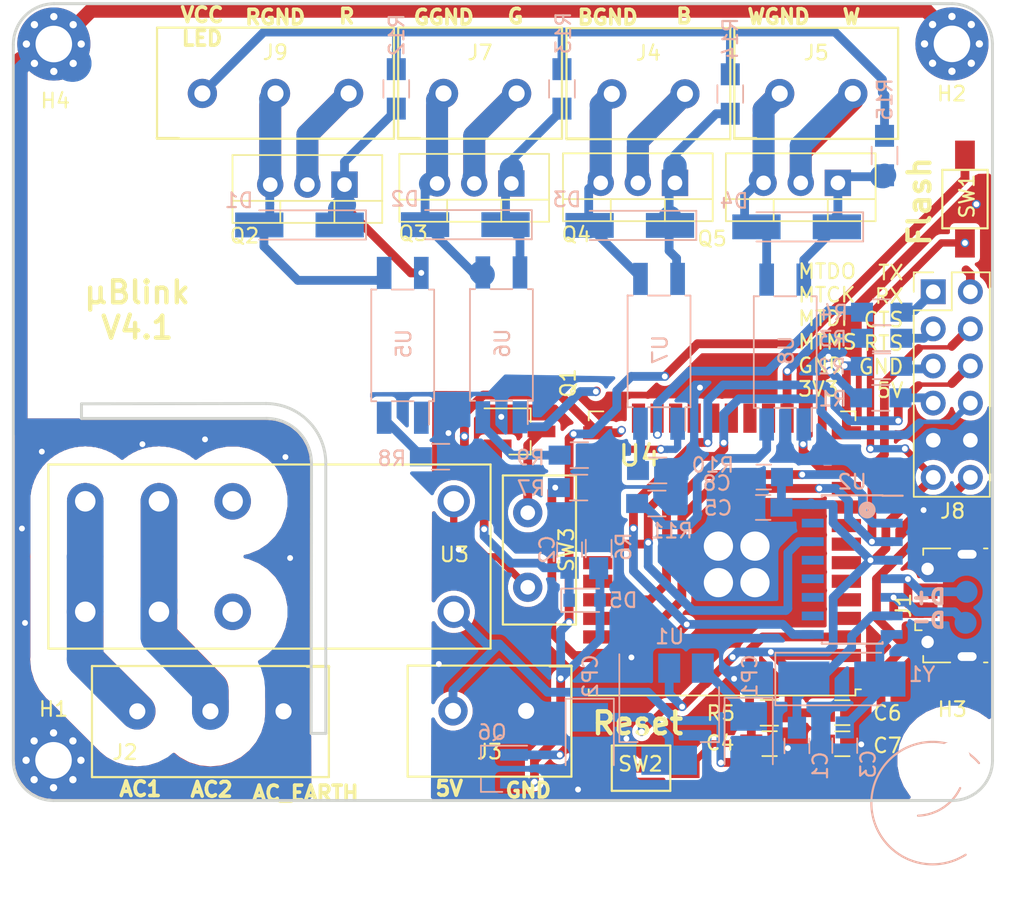
<source format=kicad_pcb>
(kicad_pcb (version 20171130) (host pcbnew 5.1.2)
  (layers (0 F.Cu signal) (31 B.Cu signal) (34 B.Paste user hide) (35 F.Paste user hide) (36 B.SilkS user) (37 F.SilkS user) (38 B.Mask user hide) (39 F.Mask user hide) (44 Edge.Cuts user))
  (net 0 "")
  (net 1 5V)
  (net 2 AC1)
  (net 3 "Net-(R10-Pad2)")
  (net 4 "Net-(R11-Pad2)")
  (net 5 "Net-(R9-Pad2)")
  (net 6 "Net-(R8-Pad2)")
  (net 7 3V3)
  (net 8 GND)
  (net 9 "Net-(C3-Pad1)")
  (net 10 "Net-(J1-Pad4)")
  (net 11 RTS)
  (net 12 CTS)
  (net 13 TX)
  (net 14 RX)
  (net 15 "Net-(U4-Pad17)")
  (net 16 "Net-(U4-Pad19)")
  (net 17 "Net-(U4-Pad20)")
  (net 18 "Net-(U2-Pad15)")
  (net 19 "Net-(U2-Pad13)")
  (net 20 "Net-(U2-Pad12)")
  (net 21 "Net-(U2-Pad11)")
  (net 22 "Net-(U2-Pad10)")
  (net 23 RELAIS_CTRL)
  (net 24 B_CTRL)
  (net 25 G_CTRL)
  (net 26 W_CTRL)
  (net 27 R_CTRL)
  (net 28 /R_LED)
  (net 29 /R_GND)
  (net 30 /B_LED)
  (net 31 /B_GND)
  (net 32 /W_GND)
  (net 33 /W_LED)
  (net 34 /G_GND)
  (net 35 /W_GATE)
  (net 36 /B_GATE)
  (net 37 /G_GATE)
  (net 38 /R_GATE)
  (net 39 /USB_D+)
  (net 40 /USB_D-)
  (net 41 /XI)
  (net 42 /LED_VCC)
  (net 43 /G_LED)
  (net 44 /MTMS)
  (net 45 /MTDI)
  (net 46 "Net-(J8-Pad3)")
  (net 47 /MTCK)
  (net 48 "Net-(J8-Pad1)")
  (net 49 /MTDO)
  (net 50 "Net-(U4-Pad4)")
  (net 51 "Net-(U4-Pad5)")
  (net 52 "Net-(U4-Pad6)")
  (net 53 "Net-(U4-Pad7)")
  (net 54 "Net-(U4-Pad8)")
  (net 55 "Net-(U4-Pad9)")
  (net 56 "Net-(U4-Pad10)")
  (net 57 "Net-(U4-Pad11)")
  (net 58 "Net-(U4-Pad29)")
  (net 59 "Net-(U4-Pad30)")
  (net 60 "Net-(U4-Pad32)")
  (net 61 "Net-(U4-Pad33)")
  (net 62 AC2)
  (net 63 AC_SAFE)
  (net 64 "Net-(J8-Pad7)")
  (net 65 "Net-(U3-Pad4)")
  (net 66 "Net-(U3-Pad3)")
  (net 67 "Net-(J8-Pad5)")
  (net 68 FLASH)
  (net 69 EN)
  (net 70 "Net-(D5-Pad2)")
  (net 71 "Net-(J8-Pad2)")
  (net 72 "Net-(Q1-Pad3)")
  (net 73 "Net-(SW3-Pad1)")
  (net 74 "Net-(U4-Pad22)")
  (net 75 "Net-(U4-Pad21)")
  (net 76 "Net-(U4-Pad18)")
  (net 77 "Net-(U4-Pad24)")
  (module Capacitors_SMD:C_0805_HandSoldering (layer B.Cu) (at 161.45 121.01 180)
    (fp_text reference 10u1 hide)
    (fp_text value C8 (at 3.21 -0.42 180) (layer B.SilkS) (effects (justify mirror)))
    (pad 1 smd rect (at -1.25 0 180) (size 1.5 1.25) (layers B.Cu B.Paste B.Mask) (net 7 3V3))
    (pad 2 smd rect (at 1.25 0 180) (size 1.5 1.25) (layers B.Cu B.Paste B.Mask) (net 8 GND))
  )
  (module TO_SOT_Packages_SMD:SOT-23_Handsoldering (layer F.Cu) (at 144.75 117.89)
    (fp_text reference Q1 (at 3.32 -3.31 270) (layer F.SilkS))
    (fp_text value STN3NF06L hide)
    (pad 1 smd rect (at -1.5 -0.95) (size 1.9 0.8) (layers F.Cu F.Paste F.Mask) (net 8 GND))
    (pad 2 smd rect (at -1.5 0.95) (size 1.9 0.8) (layers F.Cu F.Paste F.Mask) (net 23 RELAIS_CTRL))
    (pad 3 smd rect (at 1.5 0) (size 1.9 0.8) (layers F.Cu F.Paste F.Mask) (net 72 "Net-(Q1-Pad3)"))
  )
  (module Resistors_SMD:R_0805_HandSoldering (layer B.Cu) (at 150.16 125.9 90)
    (fp_text reference R6 (at 0.13 1.71 270) (layer B.SilkS) (effects (justify mirror)))
    (fp_text value 10k)
    (pad 1 smd rect (at -1.35 0 90) (size 1.5 1.3) (layers B.Cu B.Paste B.Mask) (net 70 "Net-(D5-Pad2)"))
    (pad 2 smd rect (at 1.35 0 90) (size 1.5 1.3) (layers B.Cu B.Paste B.Mask) (net 8 GND))
  )
  (module TO_SOT_Packages_SMD:SOT-23_Handsoldering (layer B.Cu) (at 142.87 140.97 180)
    (fp_text reference Q6 (at 0 2.5) (layer B.SilkS) (effects (justify mirror)))
    (fp_text value NMOS)
    (pad 1 smd rect (at -1.5 0.95 180) (size 1.9 0.8) (layers B.Cu B.Paste B.Mask) (net 69 EN))
    (pad 2 smd rect (at -1.5 -0.95 180) (size 1.9 0.8) (layers B.Cu B.Paste B.Mask) (net 70 "Net-(D5-Pad2)"))
    (pad 3 smd rect (at 1.5 0 180) (size 1.9 0.8) (layers B.Cu B.Paste B.Mask) (net 8 GND))
  )
  (module Diodes_SMD:D_0805 (layer B.Cu) (at 149.2 129.44)
    (fp_text reference D5 (at 2.64 0 180) (layer B.SilkS) (effects (justify mirror)))
    (fp_text value D)
    (pad 1 smd rect (at -1.05 0) (size 0.8 0.9) (layers B.Cu B.Paste B.Mask) (net 68 FLASH))
    (pad 2 smd rect (at 1.05 0) (size 0.8 0.9) (layers B.Cu B.Paste B.Mask) (net 70 "Net-(D5-Pad2)"))
  )
  (module Capacitors_SMD:C_0805_HandSoldering (layer B.Cu) (at 148.17 125.97 90)
    (fp_text reference C2 (at 0 -1.53 270) (layer B.SilkS) (effects (justify mirror)))
    (fp_text value 2u)
    (pad 1 smd rect (at -1.25 0 90) (size 1.5 1.25) (layers B.Cu B.Paste B.Mask) (net 68 FLASH))
    (pad 2 smd rect (at 1.25 0 90) (size 1.5 1.25) (layers B.Cu B.Paste B.Mask) (net 8 GND))
  )
  (module Mounting_Holes:MountingHole_2.5mm_Pad_Via (layer F.Cu) (at 112.9 91.38)
    (fp_text reference H4 (at 0.1 3.88) (layer F.SilkS))
    (fp_text value MountingHole)
    (pad 1 thru_hole circle (at 0 0) (size 5 5) (drill 2.5) (layers *.Cu *.Mask) (net 63 AC_SAFE))
    (pad 1 thru_hole circle (at 1.875 0) (size 0.8 0.8) (drill 0.5) (layers *.Cu *.Mask) (net 63 AC_SAFE))
    (pad 1 thru_hole circle (at 1.325825 1.325825) (size 0.8 0.8) (drill 0.5) (layers *.Cu *.Mask) (net 63 AC_SAFE))
    (pad 1 thru_hole circle (at 0 1.875) (size 0.8 0.8) (drill 0.5) (layers *.Cu *.Mask) (net 63 AC_SAFE))
    (pad 1 thru_hole circle (at -1.325825 1.325825) (size 0.8 0.8) (drill 0.5) (layers *.Cu *.Mask) (net 63 AC_SAFE))
    (pad 1 thru_hole circle (at -1.875 0) (size 0.8 0.8) (drill 0.5) (layers *.Cu *.Mask) (net 63 AC_SAFE))
    (pad 1 thru_hole circle (at -1.325825 -1.325825) (size 0.8 0.8) (drill 0.5) (layers *.Cu *.Mask) (net 63 AC_SAFE))
    (pad 1 thru_hole circle (at 0 -1.875) (size 0.8 0.8) (drill 0.5) (layers *.Cu *.Mask) (net 63 AC_SAFE))
    (pad 1 thru_hole circle (at 1.325825 -1.325825) (size 0.8 0.8) (drill 0.5) (layers *.Cu *.Mask) (net 63 AC_SAFE))
  )
  (module ublink:HF115F_005-1ZS3 (layer F.Cu) (at 140.25 130.23 180)
    (fp_text reference U3 (at -0.04 3.92 180) (layer F.SilkS))
    (fp_text value HF115F_005-1ZS3 hide)
    (pad 8 thru_hole circle (at 25.2 7.56 180) (size 2.5 2.5) (drill 1.4) (layers *.Cu *.Mask) (net 62 AC2))
    (pad 6 thru_hole circle (at 20.16 7.56 180) (size 2.5 2.5) (drill 1.4) (layers *.Cu *.Mask) (net 2 AC1))
    (pad 4 thru_hole circle (at 15.12 7.56 180) (size 2.5 2.5) (drill 1.4) (layers *.Cu *.Mask) (net 65 "Net-(U3-Pad4)") (clearance 2.5))
    (pad 7 thru_hole circle (at 25.2 0 180) (size 2.5 2.5) (drill 1.4) (layers *.Cu *.Mask) (net 62 AC2))
    (pad 5 thru_hole circle (at 20.16 0 180) (size 2.5 2.5) (drill 1.4) (layers *.Cu *.Mask) (net 2 AC1))
    (pad 3 thru_hole circle (at 15.12 0 180) (size 2.5 2.5) (drill 1.4) (layers *.Cu *.Mask) (net 66 "Net-(U3-Pad3)") (clearance 2.5))
    (pad 2 thru_hole circle (at 0 7.56 180) (size 2.2 2.2) (drill 1.4) (layers *.Cu *.Mask) (net 73 "Net-(SW3-Pad1)"))
    (pad 1 thru_hole circle (at 0 0 180) (size 2.2 2.2) (drill 1.4) (layers *.Cu *.Mask) (net 1 5V))
  )
  (module Mounting_Holes:MountingHole_2.5mm (layer F.Cu) (at 174.34 140.4)
    (fp_text reference H3 (at 0 -3.5) (layer F.SilkS))
    (fp_text value MountingHole)
    (pad "" np_thru_hole circle (at 0 0) (size 2.5 2.5) (drill 2.5) (layers *.Cu *.Mask) (clearance 2.5))
  )
  (module ublink:pushbutton_2 (layer F.Cu) (at 153.06 140.93 180)
    (fp_text reference SW2 (at 0.04 0.29) (layer F.SilkS))
    (fp_text value SW_Push hide)
    (pad 1 smd rect (at -3 0 180) (size 2 1.35) (layers F.Cu F.Paste F.Mask) (net 69 EN))
    (pad 2 smd rect (at 3 0 180) (size 2 1.35) (layers F.Cu F.Paste F.Mask) (net 8 GND))
  )
  (module ublink:ESP32-WROOM-32U (layer F.Cu) (at 158.6 126.235 180)
    (fp_text reference U4 (at 5.65 6.685) (layer F.SilkS) (effects (font (size 1.4 1.4) (thickness 0.22))))
    (fp_text value ESP32-WROOM-32U)
    (pad 39 smd rect (at -1 -0.755 180) (size 5 5) (layers B.Cu B.Paste B.Mask) (net 8 GND))
    (pad 39 thru_hole circle (at 0.25 0.5 180) (size 2.5 2.5) (drill 2) (layers *.Cu *.Mask) (net 8 GND))
    (pad 39 thru_hole circle (at -2.25 0.5 180) (size 2.5 2.5) (drill 2) (layers *.Cu *.Mask) (net 8 GND))
    (pad 39 thru_hole circle (at 0.25 -2 180) (size 2.5 2.5) (drill 2) (layers *.Cu *.Mask) (net 8 GND))
    (pad 39 thru_hole circle (at -2.25 -2 180) (size 2.5 2.5) (drill 2) (layers *.Cu *.Mask) (net 8 GND))
    (pad 38 smd rect (at 8.5 -8.255 180) (size 2 0.9) (layers F.Cu F.Paste F.Mask) (net 8 GND))
    (pad 37 smd rect (at 8.5 -6.985 180) (size 2 0.9) (layers F.Cu F.Paste F.Mask) (net 23 RELAIS_CTRL))
    (pad 36 smd rect (at 8.5 -5.715 180) (size 2 0.9) (layers F.Cu F.Paste F.Mask) (net 12 CTS))
    (pad 35 smd rect (at 8.5 -4.445 180) (size 2 0.9) (layers F.Cu F.Paste F.Mask) (net 14 RX))
    (pad 34 smd rect (at 8.5 -3.175 180) (size 2 0.9) (layers F.Cu F.Paste F.Mask) (net 13 TX))
    (pad 33 smd rect (at 8.5 -1.905 180) (size 2 0.9) (layers F.Cu F.Paste F.Mask) (net 61 "Net-(U4-Pad33)"))
    (pad 32 smd rect (at 8.5 -0.635 180) (size 2 0.9) (layers F.Cu F.Paste F.Mask) (net 60 "Net-(U4-Pad32)"))
    (pad 31 smd rect (at 8.5 0.635 180) (size 2 0.9) (layers F.Cu F.Paste F.Mask) (net 11 RTS))
    (pad 30 smd rect (at 8.5 1.905 180) (size 2 0.9) (layers F.Cu F.Paste F.Mask) (net 59 "Net-(U4-Pad30)"))
    (pad 29 smd rect (at 8.5 3.175 180) (size 2 0.9) (layers F.Cu F.Paste F.Mask) (net 58 "Net-(U4-Pad29)"))
    (pad 28 smd rect (at 8.5 4.445 180) (size 2 0.9) (layers F.Cu F.Paste F.Mask) (net 27 R_CTRL))
    (pad 27 smd rect (at 8.5 5.715 180) (size 2 0.9) (layers F.Cu F.Paste F.Mask) (net 25 G_CTRL))
    (pad 26 smd rect (at 8.5 6.985 180) (size 2 0.9) (layers F.Cu F.Paste F.Mask) (net 24 B_CTRL))
    (pad 25 smd rect (at 8.5 8.255 180) (size 2 0.9) (layers F.Cu F.Paste F.Mask) (net 68 FLASH))
    (pad 24 smd rect (at 5.715 9.255 270) (size 2 0.9) (layers F.Cu F.Paste F.Mask) (net 77 "Net-(U4-Pad24)"))
    (pad 23 smd rect (at 4.445 9.255 270) (size 2 0.9) (layers F.Cu F.Paste F.Mask) (net 49 /MTDO))
    (pad 22 smd rect (at 3.175 9.255 270) (size 2 0.9) (layers F.Cu F.Paste F.Mask) (net 74 "Net-(U4-Pad22)"))
    (pad 21 smd rect (at 1.905 9.255 270) (size 2 0.9) (layers F.Cu F.Paste F.Mask) (net 75 "Net-(U4-Pad21)"))
    (pad 20 smd rect (at 0.635 9.255 270) (size 2 0.9) (layers F.Cu F.Paste F.Mask) (net 17 "Net-(U4-Pad20)"))
    (pad 19 smd rect (at -0.635 9.255 270) (size 2 0.9) (layers F.Cu F.Paste F.Mask) (net 16 "Net-(U4-Pad19)"))
    (pad 18 smd rect (at -1.905 9.255 270) (size 2 0.9) (layers F.Cu F.Paste F.Mask) (net 76 "Net-(U4-Pad18)"))
    (pad 17 smd rect (at -3.175 9.255 270) (size 2 0.9) (layers F.Cu F.Paste F.Mask) (net 15 "Net-(U4-Pad17)"))
    (pad 16 smd rect (at -4.445 9.255 270) (size 2 0.9) (layers F.Cu F.Paste F.Mask) (net 47 /MTCK))
    (pad 15 smd rect (at -5.715 9.255 90) (size 2 0.9) (layers F.Cu F.Paste F.Mask) (net 8 GND))
    (pad 14 smd rect (at -8.5 8.255 180) (size 2 0.9) (layers F.Cu F.Paste F.Mask) (net 45 /MTDI))
    (pad 13 smd rect (at -8.5 6.985 180) (size 2 0.9) (layers F.Cu F.Paste F.Mask) (net 44 /MTMS))
    (pad 12 smd rect (at -8.5 5.715 180) (size 2 0.9) (layers F.Cu F.Paste F.Mask) (net 26 W_CTRL))
    (pad 11 smd rect (at -8.5 4.445 180) (size 2 0.9) (layers F.Cu F.Paste F.Mask) (net 57 "Net-(U4-Pad11)"))
    (pad 10 smd rect (at -8.5 3.175 180) (size 2 0.9) (layers F.Cu F.Paste F.Mask) (net 56 "Net-(U4-Pad10)"))
    (pad 9 smd rect (at -8.5 1.905 180) (size 2 0.9) (layers F.Cu F.Paste F.Mask) (net 55 "Net-(U4-Pad9)"))
    (pad 8 smd rect (at -8.5 0.635 180) (size 2 0.9) (layers F.Cu F.Paste F.Mask) (net 54 "Net-(U4-Pad8)"))
    (pad 7 smd rect (at -8.5 -0.635 180) (size 2 0.9) (layers F.Cu F.Paste F.Mask) (net 53 "Net-(U4-Pad7)"))
    (pad 6 smd rect (at -8.5 -1.905 180) (size 2 0.9) (layers F.Cu F.Paste F.Mask) (net 52 "Net-(U4-Pad6)"))
    (pad 5 smd rect (at -8.5 -3.175 180) (size 2 0.9) (layers F.Cu F.Paste F.Mask) (net 51 "Net-(U4-Pad5)"))
    (pad 4 smd rect (at -8.5 -4.445 180) (size 2 0.9) (layers F.Cu F.Paste F.Mask) (net 50 "Net-(U4-Pad4)"))
    (pad 3 smd rect (at -8.5 -5.715 180) (size 2 0.9) (layers F.Cu F.Paste F.Mask) (net 69 EN))
    (pad 2 smd rect (at -8.5 -6.985 180) (size 2 0.9) (layers F.Cu F.Paste F.Mask) (net 7 3V3))
    (pad 1 smd rect (at -8.5 -8.255 180) (size 2 0.9) (layers F.Cu F.Paste F.Mask) (net 8 GND))
    (pad 39 smd rect (at -1 -0.755 180) (size 5 5) (layers F.Cu F.Paste F.Mask) (net 8 GND))
  )
  (module Measurement_Points:Measurement_Point_Round-SMD-Pad_Small (layer B.Cu) (at 175.32 128.86)
    (fp_text reference TP2 hide)
    (fp_text value TestPoint)
    (pad 1 smd circle (at 0 0) (size 1.5 1.5) (layers B.Cu B.Mask) (net 39 /USB_D+))
  )
  (module Measurement_Points:Measurement_Point_Round-SMD-Pad_Small (layer B.Cu) (at 175.25 130.98)
    (fp_text reference TP1 hide)
    (fp_text value TestPoint)
    (pad 1 smd circle (at 0 0) (size 1.5 1.5) (layers B.Cu B.Mask) (net 40 /USB_D-))
  )
  (module Resistors_SMD:R_0805_HandSoldering (layer B.Cu) (at 169.5 113.43)
    (fp_text reference R2 (at -3.39 0.03) (layer B.SilkS) (effects (justify mirror)))
    (fp_text value 100)
    (pad 1 smd rect (at -1.35 0) (size 1.5 1.3) (layers B.Cu B.Paste B.Mask) (net 45 /MTDI))
    (pad 2 smd rect (at 1.35 0) (size 1.5 1.3) (layers B.Cu B.Paste B.Mask) (net 67 "Net-(J8-Pad5)"))
  )
  (module ublink:lm-1117 (layer B.Cu) (at 154.984 137.234 270)
    (fp_text reference U1 (at -5.304 -0.036 180) (layer B.SilkS) (effects (justify mirror)))
    (fp_text value "3.3V3 Regul")
    (pad 2 smd rect (at 3.15 0 270) (size 2 3.8) (layers B.Cu B.Paste B.Mask) (net 7 3V3))
    (pad 2 smd rect (at -3.15 0 270) (size 2 1.5) (layers B.Cu B.Paste B.Mask) (net 7 3V3))
    (pad 3 smd rect (at -3.15 -2.3 270) (size 2 1.5) (layers B.Cu B.Paste B.Mask) (net 1 5V))
    (pad 1 smd rect (at -3.15 2.3 270) (size 2 1.5) (layers B.Cu B.Paste B.Mask) (net 8 GND))
  )
  (module Pin_Headers:Pin_Header_Straight_2x06_Pitch2.54mm (layer F.Cu) (at 173.04 108.33)
    (fp_text reference J8 (at 1.33 15.01) (layer F.SilkS))
    (fp_text value JTAG/UART)
    (pad 1 thru_hole rect (at 0 0) (size 1.7 1.7) (drill 1) (layers *.Cu *.Mask) (net 48 "Net-(J8-Pad1)"))
    (pad 2 thru_hole oval (at 2.54 0) (size 1.7 1.7) (drill 1) (layers *.Cu *.Mask) (net 71 "Net-(J8-Pad2)"))
    (pad 3 thru_hole oval (at 0 2.54) (size 1.7 1.7) (drill 1) (layers *.Cu *.Mask) (net 46 "Net-(J8-Pad3)"))
    (pad 4 thru_hole oval (at 2.54 2.54) (size 1.7 1.7) (drill 1) (layers *.Cu *.Mask) (net 14 RX))
    (pad 5 thru_hole oval (at 0 5.08) (size 1.7 1.7) (drill 1) (layers *.Cu *.Mask) (net 67 "Net-(J8-Pad5)"))
    (pad 6 thru_hole oval (at 2.54 5.08) (size 1.7 1.7) (drill 1) (layers *.Cu *.Mask) (net 12 CTS))
    (pad 7 thru_hole oval (at 0 7.62) (size 1.7 1.7) (drill 1) (layers *.Cu *.Mask) (net 64 "Net-(J8-Pad7)"))
    (pad 8 thru_hole oval (at 2.54 7.62) (size 1.7 1.7) (drill 1) (layers *.Cu *.Mask) (net 11 RTS))
    (pad 9 thru_hole oval (at 0 10.16) (size 1.7 1.7) (drill 1) (layers *.Cu *.Mask) (net 8 GND))
    (pad 10 thru_hole oval (at 2.54 10.16) (size 1.7 1.7) (drill 1) (layers *.Cu *.Mask) (net 8 GND))
    (pad 11 thru_hole oval (at 0 12.7) (size 1.7 1.7) (drill 1) (layers *.Cu *.Mask) (net 7 3V3))
    (pad 12 thru_hole oval (at 2.54 12.7) (size 1.7 1.7) (drill 1) (layers *.Cu *.Mask) (net 1 5V))
  )
  (module Crystals:Crystal_SMD_5032-2pin_5.0x3.2mm_HandSoldering (layer B.Cu) (at 166.79 134.83)
    (fp_text reference Y1 (at 5.48 -0.32) (layer B.SilkS) (effects (justify mirror)))
    (fp_text value 12Mhz)
    (pad 1 smd rect (at -2.6 0) (size 3.5 2.4) (layers B.Cu B.Paste B.Mask) (net 41 /XI))
    (pad 2 smd rect (at 2.6 0) (size 3.5 2.4) (layers B.Cu B.Paste B.Mask) (net 9 "Net-(C3-Pad1)"))
  )
  (module Mounting_Holes:MountingHole_2.5mm_Pad_Via (layer F.Cu) (at 112.88 140.39)
    (fp_text reference H1 (at 0 -3.5) (layer F.SilkS))
    (fp_text value MountingHole)
    (pad 1 thru_hole circle (at 0 0) (size 5 5) (drill 2.5) (layers *.Cu *.Mask) (net 63 AC_SAFE))
    (pad 1 thru_hole circle (at 1.875 0) (size 0.8 0.8) (drill 0.5) (layers *.Cu *.Mask) (net 63 AC_SAFE))
    (pad 1 thru_hole circle (at 1.325825 1.325825) (size 0.8 0.8) (drill 0.5) (layers *.Cu *.Mask) (net 63 AC_SAFE))
    (pad 1 thru_hole circle (at 0 1.875) (size 0.8 0.8) (drill 0.5) (layers *.Cu *.Mask) (net 63 AC_SAFE))
    (pad 1 thru_hole circle (at -1.325825 1.325825) (size 0.8 0.8) (drill 0.5) (layers *.Cu *.Mask) (net 63 AC_SAFE))
    (pad 1 thru_hole circle (at -1.875 0) (size 0.8 0.8) (drill 0.5) (layers *.Cu *.Mask) (net 63 AC_SAFE))
    (pad 1 thru_hole circle (at -1.325825 -1.325825) (size 0.8 0.8) (drill 0.5) (layers *.Cu *.Mask) (net 63 AC_SAFE))
    (pad 1 thru_hole circle (at 0 -1.875) (size 0.8 0.8) (drill 0.5) (layers *.Cu *.Mask) (net 63 AC_SAFE))
    (pad 1 thru_hole circle (at 1.325825 -1.325825) (size 0.8 0.8) (drill 0.5) (layers *.Cu *.Mask) (net 63 AC_SAFE))
  )
  (module Mounting_Holes:MountingHole_2.5mm_Pad_Via (layer F.Cu) (at 174.32 91.37)
    (fp_text reference H2 (at -0.02 3.41) (layer F.SilkS))
    (fp_text value MountingHole)
    (pad 1 thru_hole circle (at 0 0) (size 5 5) (drill 2.5) (layers *.Cu *.Mask) (net 63 AC_SAFE))
    (pad 1 thru_hole circle (at 1.875 0) (size 0.8 0.8) (drill 0.5) (layers *.Cu *.Mask) (net 63 AC_SAFE))
    (pad 1 thru_hole circle (at 1.325825 1.325825) (size 0.8 0.8) (drill 0.5) (layers *.Cu *.Mask) (net 63 AC_SAFE))
    (pad 1 thru_hole circle (at 0 1.875) (size 0.8 0.8) (drill 0.5) (layers *.Cu *.Mask) (net 63 AC_SAFE))
    (pad 1 thru_hole circle (at -1.325825 1.325825) (size 0.8 0.8) (drill 0.5) (layers *.Cu *.Mask) (net 63 AC_SAFE))
    (pad 1 thru_hole circle (at -1.875 0) (size 0.8 0.8) (drill 0.5) (layers *.Cu *.Mask) (net 63 AC_SAFE))
    (pad 1 thru_hole circle (at -1.325825 -1.325825) (size 0.8 0.8) (drill 0.5) (layers *.Cu *.Mask) (net 63 AC_SAFE))
    (pad 1 thru_hole circle (at 0 -1.875) (size 0.8 0.8) (drill 0.5) (layers *.Cu *.Mask) (net 63 AC_SAFE))
    (pad 1 thru_hole circle (at 1.325825 -1.325825) (size 0.8 0.8) (drill 0.5) (layers *.Cu *.Mask) (net 63 AC_SAFE))
  )
  (module ublink:CH403G (layer B.Cu) (at 167.5 127.335 180)
    (fp_text reference U2 (at 0 6 180) (layer B.SilkS) (effects (justify mirror)))
    (fp_text value CH340G)
    (pad 1 smd rect (at -2.7 4.445 180) (size 1.5 0.6) (layers B.Cu B.Paste B.Mask) (net 8 GND))
    (pad 2 smd rect (at -2.7 3.175 180) (size 1.5 0.6) (layers B.Cu B.Paste B.Mask) (net 13 TX))
    (pad 3 smd rect (at -2.7 1.905 180) (size 1.5 0.6) (layers B.Cu B.Paste B.Mask) (net 14 RX))
    (pad 4 smd rect (at -2.7 0.635 180) (size 1.5 0.6) (layers B.Cu B.Paste B.Mask) (net 7 3V3))
    (pad 5 smd rect (at -2.7 -0.635 180) (size 1.5 0.6) (layers B.Cu B.Paste B.Mask) (net 39 /USB_D+))
    (pad 6 smd rect (at -2.7 -1.905 180) (size 1.5 0.6) (layers B.Cu B.Paste B.Mask) (net 40 /USB_D-))
    (pad 7 smd rect (at -2.7 -3.175 180) (size 1.5 0.6) (layers B.Cu B.Paste B.Mask) (net 41 /XI))
    (pad 8 smd rect (at -2.7 -4.445 180) (size 1.5 0.6) (layers B.Cu B.Paste B.Mask) (net 9 "Net-(C3-Pad1)"))
    (pad 9 smd rect (at 2.7 -4.445 180) (size 1.5 0.6) (layers B.Cu B.Paste B.Mask) (net 12 CTS))
    (pad 10 smd rect (at 2.7 -3.175 180) (size 1.5 0.6) (layers B.Cu B.Paste B.Mask) (net 22 "Net-(U2-Pad10)"))
    (pad 11 smd rect (at 2.7 -1.905 180) (size 1.5 0.6) (layers B.Cu B.Paste B.Mask) (net 21 "Net-(U2-Pad11)"))
    (pad 12 smd rect (at 2.7 -0.635 180) (size 1.5 0.6) (layers B.Cu B.Paste B.Mask) (net 20 "Net-(U2-Pad12)"))
    (pad 13 smd rect (at 2.7 0.635 180) (size 1.5 0.6) (layers B.Cu B.Paste B.Mask) (net 19 "Net-(U2-Pad13)"))
    (pad 14 smd rect (at 2.7 1.905 180) (size 1.5 0.6) (layers B.Cu B.Paste B.Mask) (net 11 RTS))
    (pad 15 smd rect (at 2.7 3.175 180) (size 1.5 0.6) (layers B.Cu B.Paste B.Mask) (net 18 "Net-(U2-Pad15)"))
    (pad 16 smd rect (at 2.7 4.445 180) (size 1.5 0.6) (layers B.Cu B.Paste B.Mask) (net 7 3V3))
  )
  (module ublink:EL817S (layer B.Cu) (at 136.76 113.94 90)
    (fp_text reference U5 (at 2.06 0.07 90) (layer B.SilkS) (effects (justify mirror)))
    (fp_text value EL817S)
    (pad 3 smd rect (at 6.9 -1.27 90) (size 2.2 1) (layers B.Cu B.Paste B.Mask) (net 29 /R_GND))
    (pad 4 smd rect (at 6.9 1.27 90) (size 2.2 1) (layers B.Cu B.Paste B.Mask) (net 38 /R_GATE))
    (pad 2 smd rect (at -3.01 -1.27 90) (size 2.2 1) (layers B.Cu B.Paste B.Mask) (net 6 "Net-(R8-Pad2)"))
    (pad 1 smd rect (at -3.01 1.27 90) (size 2.2 1) (layers B.Cu B.Paste B.Mask) (net 27 R_CTRL))
  )
  (module ublink:EL817S (layer B.Cu) (at 162.92 114.4 90)
    (fp_text reference U8 (at 2.06 0.07 90) (layer B.SilkS) (effects (justify mirror)))
    (fp_text value EL817S)
    (pad 3 smd rect (at 6.9 -1.27 90) (size 2.2 1) (layers B.Cu B.Paste B.Mask) (net 32 /W_GND))
    (pad 4 smd rect (at 6.9 1.27 90) (size 2.2 1) (layers B.Cu B.Paste B.Mask) (net 35 /W_GATE))
    (pad 2 smd rect (at -3.01 -1.27 90) (size 2.2 1) (layers B.Cu B.Paste B.Mask) (net 4 "Net-(R11-Pad2)"))
    (pad 1 smd rect (at -3.01 1.27 90) (size 2.2 1) (layers B.Cu B.Paste B.Mask) (net 26 W_CTRL))
  )
  (module ublink:EL817S (layer B.Cu) (at 143.51 113.91 90)
    (fp_text reference U6 (at 2.06 0.07 90) (layer B.SilkS) (effects (justify mirror)))
    (fp_text value EL817S)
    (pad 3 smd rect (at 6.9 -1.27 90) (size 2.2 1) (layers B.Cu B.Paste B.Mask) (net 34 /G_GND))
    (pad 4 smd rect (at 6.9 1.27 90) (size 2.2 1) (layers B.Cu B.Paste B.Mask) (net 37 /G_GATE))
    (pad 2 smd rect (at -3.01 -1.27 90) (size 2.2 1) (layers B.Cu B.Paste B.Mask) (net 5 "Net-(R9-Pad2)"))
    (pad 1 smd rect (at -3.01 1.27 90) (size 2.2 1) (layers B.Cu B.Paste B.Mask) (net 25 G_CTRL))
  )
  (module ublink:EL817S (layer B.Cu) (at 154.29 114.35 90)
    (fp_text reference U7 (at 2.06 0.07 90) (layer B.SilkS) (effects (justify mirror)))
    (fp_text value EL817S)
    (pad 3 smd rect (at 6.9 -1.27 90) (size 2.2 1) (layers B.Cu B.Paste B.Mask) (net 31 /B_GND))
    (pad 4 smd rect (at 6.9 1.27 90) (size 2.2 1) (layers B.Cu B.Paste B.Mask) (net 36 /B_GATE))
    (pad 2 smd rect (at -3.01 -1.27 90) (size 2.2 1) (layers B.Cu B.Paste B.Mask) (net 3 "Net-(R10-Pad2)"))
    (pad 1 smd rect (at -3.01 1.27 90) (size 2.2 1) (layers B.Cu B.Paste B.Mask) (net 24 B_CTRL))
  )
  (module Connectors_USB:USB_Micro-B_Molex-105017-0001 (layer F.Cu) (at 175.006 129.794 90)
    (fp_text reference J1 (at 0 -4 90) (layer F.SilkS))
    (fp_text value USB_B_Micro)
    (pad 6 smd rect (at -2.9 0.35 90) (size 1.2 1.9) (layers F.Cu F.Mask) (net 8 GND))
    (pad 6 smd rect (at 2.9 0.35 90) (size 1.2 1.9) (layers F.Cu F.Mask) (net 8 GND))
    (pad 6 thru_hole oval (at 3.5 0.35 90) (size 1.2 1.9) (drill oval 0.6 1.3) (layers *.Cu *.Mask) (net 8 GND))
    (pad 6 thru_hole oval (at -3.5 0.35 270) (size 1.2 1.9) (drill oval 0.6 1.3) (layers *.Cu *.Mask) (net 8 GND))
    (pad 6 smd rect (at -1 0.35 90) (size 1.5 1.9) (layers F.Cu F.Paste F.Mask) (net 8 GND))
    (pad 6 thru_hole circle (at 2.5 -2.35 90) (size 1.45 1.45) (drill 0.85) (layers *.Cu *.Mask) (net 8 GND))
    (pad 3 smd rect (at 0 -2.35 90) (size 0.4 1.35) (layers F.Cu F.Paste F.Mask) (net 39 /USB_D+))
    (pad 4 smd rect (at 0.65 -2.35 90) (size 0.4 1.35) (layers F.Cu F.Paste F.Mask) (net 10 "Net-(J1-Pad4)"))
    (pad 5 smd rect (at 1.3 -2.35 90) (size 0.4 1.35) (layers F.Cu F.Paste F.Mask) (net 8 GND))
    (pad 1 smd rect (at -1.3 -2.35 90) (size 0.4 1.35) (layers F.Cu F.Paste F.Mask) (net 1 5V))
    (pad 2 smd rect (at -0.65 -2.35 90) (size 0.4 1.35) (layers F.Cu F.Paste F.Mask) (net 40 /USB_D-))
    (pad 6 thru_hole circle (at -2.5 -2.35 90) (size 1.45 1.45) (drill 0.85) (layers *.Cu *.Mask) (net 8 GND))
    (pad 6 smd rect (at 1 0.35 90) (size 1.5 1.9) (layers F.Cu F.Paste F.Mask) (net 8 GND))
  )
  (module ublink:KF301-5.0-3P (layer F.Cu) (at 123.61 137.04 180)
    (fp_text reference J2 (at 5.842 -2.794 180) (layer F.SilkS))
    (fp_text value AC1)
    (pad 3 thru_hole circle (at 5 0 180) (size 2 2) (drill 1.1) (layers *.Cu *.Mask) (net 62 AC2))
    (pad 2 thru_hole circle (at 0 0 180) (size 2 2) (drill 1.1) (layers *.Cu *.Mask) (net 2 AC1))
    (pad 1 thru_hole circle (at -5 0 180) (size 2 2) (drill 1.1) (layers *.Cu *.Mask) (net 63 AC_SAFE))
  )
  (module Capacitors_Tantalum_SMD:CP_Tantalum_Case-B_EIA-3528-21_Reflow (layer B.Cu) (at 160.42 138.915 270)
    (fp_text reference 100u1 hide)
    (fp_text value CP1 (at -4.295 -0.08 270) (layer B.SilkS) (effects (justify mirror)))
    (pad 1 smd rect (at -1.525 0 270) (size 1.95 2.5) (layers B.Cu B.Paste B.Mask) (net 1 5V))
    (pad 2 smd rect (at 1.525 0 270) (size 1.95 2.5) (layers B.Cu B.Paste B.Mask) (net 8 GND))
  )
  (module Capacitors_Tantalum_SMD:CP_Tantalum_Case-B_EIA-3528-21_Reflow (layer B.Cu) (at 149.55 138.975 270)
    (fp_text reference 100u2 hide)
    (fp_text value CP2 (at -4.355 -0.04 270) (layer B.SilkS) (effects (justify mirror)))
    (pad 1 smd rect (at -1.525 0 270) (size 1.95 2.5) (layers B.Cu B.Paste B.Mask) (net 7 3V3))
    (pad 2 smd rect (at 1.525 0 270) (size 1.95 2.5) (layers B.Cu B.Paste B.Mask) (net 8 GND))
  )
  (module ublink:pushbutton_2 (layer F.Cu) (at 175.21 101.99 270)
    (fp_text reference SW1 (at -0.2 -0.14 270) (layer F.SilkS))
    (fp_text value SW_Push hide)
    (pad 1 smd rect (at -3 0 270) (size 2 1.35) (layers F.Cu F.Paste F.Mask) (net 70 "Net-(D5-Pad2)"))
    (pad 2 smd rect (at 3 0 270) (size 2 1.35) (layers F.Cu F.Paste F.Mask) (net 7 3V3))
  )
  (module Capacitors_SMD:C_0805_HandSoldering (layer F.Cu) (at 166.82 139.26)
    (fp_text reference 10u2 hide)
    (fp_text value C7 (at 3.09 0.12) (layer F.SilkS))
    (pad 1 smd rect (at -1.25 0) (size 1.5 1.25) (layers F.Cu F.Paste F.Mask) (net 7 3V3))
    (pad 2 smd rect (at 1.25 0) (size 1.5 1.25) (layers F.Cu F.Paste F.Mask) (net 8 GND))
  )
  (module Capacitors_SMD:C_0805_HandSoldering (layer B.Cu) (at 161.41 123.09 180)
    (fp_text reference C5 (at 3.09 -0.04 180) (layer B.SilkS) (effects (justify mirror)))
    (fp_text value 100n)
    (pad 1 smd rect (at -1.25 0 180) (size 1.5 1.25) (layers B.Cu B.Paste B.Mask) (net 7 3V3))
    (pad 2 smd rect (at 1.25 0 180) (size 1.5 1.25) (layers B.Cu B.Paste B.Mask) (net 8 GND))
  )
  (module Capacitors_SMD:C_0805_HandSoldering (layer F.Cu) (at 166.82 137.13)
    (fp_text reference C6 (at 3.09 0.03) (layer F.SilkS))
    (fp_text value 100n)
    (pad 1 smd rect (at -1.25 0) (size 1.5 1.25) (layers F.Cu F.Paste F.Mask) (net 7 3V3))
    (pad 2 smd rect (at 1.25 0) (size 1.5 1.25) (layers F.Cu F.Paste F.Mask) (net 8 GND))
  )
  (module ublink:KF301-5.0-3P (layer F.Cu) (at 128.06 94.76)
    (fp_text reference J9 (at -0.01 -2.81) (layer F.SilkS))
    (fp_text value Screw_Terminal_01x02)
    (pad 3 thru_hole circle (at 5 0) (size 2 2) (drill 1.1) (layers *.Cu *.Mask) (net 28 /R_LED))
    (pad 2 thru_hole circle (at 0 0) (size 2 2) (drill 1.1) (layers *.Cu *.Mask) (net 29 /R_GND))
    (pad 1 thru_hole circle (at -5 0) (size 2 2) (drill 1.1) (layers *.Cu *.Mask) (net 42 /LED_VCC))
  )
  (module Capacitors_SMD:C_0805_HandSoldering (layer F.Cu) (at 161.85 139.25)
    (fp_text reference C4 (at -3.386 -0.044) (layer F.SilkS))
    (fp_text value 0.1u)
    (pad 1 smd rect (at -1.25 0) (size 1.5 1.25) (layers F.Cu F.Paste F.Mask) (net 69 EN))
    (pad 2 smd rect (at 1.25 0) (size 1.5 1.25) (layers F.Cu F.Paste F.Mask) (net 8 GND))
  )
  (module Resistors_SMD:R_0805_HandSoldering (layer B.Cu) (at 169.52 109.728)
    (fp_text reference R4 (at -3.28 0.04) (layer B.SilkS) (effects (justify mirror)))
    (fp_text value 100)
    (pad 1 smd rect (at -1.35 0) (size 1.5 1.3) (layers B.Cu B.Paste B.Mask) (net 49 /MTDO))
    (pad 2 smd rect (at 1.35 0) (size 1.5 1.3) (layers B.Cu B.Paste B.Mask) (net 48 "Net-(J8-Pad1)"))
  )
  (module Resistors_SMD:R_0805_HandSoldering (layer F.Cu) (at 161.83 137.14 180)
    (fp_text reference R5 (at 3.316 -0.036 180) (layer F.SilkS))
    (fp_text value 10k)
    (pad 1 smd rect (at -1.35 0 180) (size 1.5 1.3) (layers F.Cu F.Paste F.Mask) (net 7 3V3))
    (pad 2 smd rect (at 1.35 0 180) (size 1.5 1.3) (layers F.Cu F.Paste F.Mask) (net 69 EN))
  )
  (module Resistors_SMD:R_0805_HandSoldering (layer B.Cu) (at 169.51 111.51)
    (fp_text reference R3 (at -3.34 0.04) (layer B.SilkS) (effects (justify mirror)))
    (fp_text value 100)
    (pad 1 smd rect (at -1.35 0) (size 1.5 1.3) (layers B.Cu B.Paste B.Mask) (net 47 /MTCK))
    (pad 2 smd rect (at 1.35 0) (size 1.5 1.3) (layers B.Cu B.Paste B.Mask) (net 46 "Net-(J8-Pad3)"))
  )
  (module Resistors_SMD:R_0805_HandSoldering (layer B.Cu) (at 169.458 115.592)
    (fp_text reference R1 (at -3.29 0.07) (layer B.SilkS) (effects (justify mirror)))
    (fp_text value 100)
    (pad 1 smd rect (at -1.35 0) (size 1.5 1.3) (layers B.Cu B.Paste B.Mask) (net 44 /MTMS))
    (pad 2 smd rect (at 1.35 0) (size 1.5 1.3) (layers B.Cu B.Paste B.Mask) (net 64 "Net-(J8-Pad7)"))
  )
  (module Resistors_SMD:R_0805_HandSoldering (layer B.Cu) (at 139.35 119.62 180)
    (fp_text reference R8 (at 3.33 -0.12 180) (layer B.SilkS) (effects (justify mirror)))
    (fp_text value 100)
    (pad 1 smd rect (at -1.35 0 180) (size 1.5 1.3) (layers B.Cu B.Paste B.Mask) (net 8 GND))
    (pad 2 smd rect (at 1.35 0 180) (size 1.5 1.3) (layers B.Cu B.Paste B.Mask) (net 6 "Net-(R8-Pad2)"))
  )
  (module TO_SOT_Packages_THT:TO-220-3_Vertical (layer F.Cu) (at 132.78 101 180)
    (fp_text reference Q2 (at 6.84 -3.5 180) (layer F.SilkS))
    (fp_text value RU6099)
    (pad 1 thru_hole rect (at 0 0 180) (size 1.8 1.8) (drill 1) (layers *.Cu *.Mask) (net 38 /R_GATE))
    (pad 2 thru_hole oval (at 2.54 0 180) (size 1.8 1.8) (drill 1) (layers *.Cu *.Mask) (net 28 /R_LED))
    (pad 3 thru_hole oval (at 5.08 0 180) (size 1.8 1.8) (drill 1) (layers *.Cu *.Mask) (net 29 /R_GND))
  )
  (module Diodes_SMD:D_MiniMELF_Handsoldering (layer B.Cu) (at 141.04 103.74 180)
    (fp_text reference D2 (at 4.14 1.76 180) (layer B.SilkS) (effects (justify mirror)))
    (fp_text value 18V hide)
    (pad 1 smd rect (at -2.75 0 180) (size 3.3 1.7) (layers B.Cu B.Paste B.Mask) (net 37 /G_GATE))
    (pad 2 smd rect (at 2.75 0 180) (size 3.3 1.7) (layers B.Cu B.Paste B.Mask) (net 34 /G_GND))
  )
  (module ublink:KF301-5.0-2P (layer F.Cu) (at 142.05 94.76)
    (fp_text reference J7 (at 0 -2.794) (layer F.SilkS))
    (fp_text value Screw_Terminal_01x02)
    (pad 2 thru_hole circle (at 2.5 0) (size 2 2) (drill 1.1) (layers *.Cu *.Mask) (net 43 /G_LED))
    (pad 1 thru_hole circle (at -2.5 0) (size 2 2) (drill 1.1) (layers *.Cu *.Mask) (net 34 /G_GND))
  )
  (module ublink:KF301-5.0-2P (layer F.Cu) (at 165.04 94.77)
    (fp_text reference J5 (at 0 -2.794) (layer F.SilkS))
    (fp_text value Screw_Terminal_01x02)
    (pad 2 thru_hole circle (at 2.5 0) (size 2 2) (drill 1.1) (layers *.Cu *.Mask) (net 33 /W_LED))
    (pad 1 thru_hole circle (at -2.5 0) (size 2 2) (drill 1.1) (layers *.Cu *.Mask) (net 32 /W_GND))
  )
  (module ublink:KF301-5.0-2P (layer F.Cu) (at 153.56 94.79)
    (fp_text reference J4 (at 0 -2.794) (layer F.SilkS))
    (fp_text value Screw_Terminal_01x02)
    (pad 2 thru_hole circle (at 2.5 0) (size 2 2) (drill 1.1) (layers *.Cu *.Mask) (net 30 /B_LED))
    (pad 1 thru_hole circle (at -2.5 0) (size 2 2) (drill 1.1) (layers *.Cu *.Mask) (net 31 /B_GND))
  )
  (module Resistors_SMD:R_0805_HandSoldering (layer B.Cu) (at 169.71 99.01 270)
    (fp_text reference R15 (at -3.84 -0.02 270) (layer B.SilkS) (effects (justify mirror)))
    (fp_text value 20k)
    (pad 1 smd rect (at -1.35 0 270) (size 1.5 1.3) (layers B.Cu B.Paste B.Mask) (net 42 /LED_VCC))
    (pad 2 smd rect (at 1.35 0 270) (size 1.5 1.3) (layers B.Cu B.Paste B.Mask) (net 35 /W_GATE))
  )
  (module Resistors_SMD:R_0805_HandSoldering (layer B.Cu) (at 159.16 94.8 270)
    (fp_text reference R14 (at -3.78 -0.01 270) (layer B.SilkS) (effects (justify mirror)))
    (fp_text value 20k)
    (pad 1 smd rect (at -1.35 0 270) (size 1.5 1.3) (layers B.Cu B.Paste B.Mask) (net 42 /LED_VCC))
    (pad 2 smd rect (at 1.35 0 270) (size 1.5 1.3) (layers B.Cu B.Paste B.Mask) (net 36 /B_GATE))
  )
  (module Resistors_SMD:R_0805_HandSoldering (layer B.Cu) (at 147.65 94.45 270)
    (fp_text reference R13 (at -3.82 -0.1 270) (layer B.SilkS) (effects (justify mirror)))
    (fp_text value 20k)
    (pad 1 smd rect (at -1.35 0 270) (size 1.5 1.3) (layers B.Cu B.Paste B.Mask) (net 42 /LED_VCC))
    (pad 2 smd rect (at 1.35 0 270) (size 1.5 1.3) (layers B.Cu B.Paste B.Mask) (net 37 /G_GATE))
  )
  (module Resistors_SMD:R_0805_HandSoldering (layer B.Cu) (at 136.32 94.45 270)
    (fp_text reference R12 (at -3.7 -0.03 270) (layer B.SilkS) (effects (justify mirror)))
    (fp_text value 20k)
    (pad 1 smd rect (at -1.35 0 270) (size 1.5 1.3) (layers B.Cu B.Paste B.Mask) (net 42 /LED_VCC))
    (pad 2 smd rect (at 1.35 0 270) (size 1.5 1.3) (layers B.Cu B.Paste B.Mask) (net 38 /R_GATE))
  )
  (module Diodes_SMD:D_MiniMELF_Handsoldering (layer B.Cu) (at 163.7 103.89 180)
    (fp_text reference D4 (at 4.28 1.77 180) (layer B.SilkS) (effects (justify mirror)))
    (fp_text value 18V)
    (pad 1 smd rect (at -2.75 0 180) (size 3.3 1.7) (layers B.Cu B.Paste B.Mask) (net 35 /W_GATE))
    (pad 2 smd rect (at 2.75 0 180) (size 3.3 1.7) (layers B.Cu B.Paste B.Mask) (net 32 /W_GND))
  )
  (module TO_SOT_Packages_THT:TO-220-3_Vertical (layer F.Cu) (at 166.52 100.88 180)
    (fp_text reference Q5 (at 8.6 -3.82 180) (layer F.SilkS))
    (fp_text value RU6099)
    (pad 1 thru_hole rect (at 0 0 180) (size 1.8 1.8) (drill 1) (layers *.Cu *.Mask) (net 35 /W_GATE))
    (pad 2 thru_hole oval (at 2.54 0 180) (size 1.8 1.8) (drill 1) (layers *.Cu *.Mask) (net 33 /W_LED))
    (pad 3 thru_hole oval (at 5.08 0 180) (size 1.8 1.8) (drill 1) (layers *.Cu *.Mask) (net 32 /W_GND))
  )
  (module TO_SOT_Packages_THT:TO-220-3_Vertical (layer F.Cu) (at 155.38 100.88 180)
    (fp_text reference Q4 (at 6.75 -3.53 180) (layer F.SilkS))
    (fp_text value RU6099)
    (pad 1 thru_hole rect (at 0 0 180) (size 1.8 1.8) (drill 1) (layers *.Cu *.Mask) (net 36 /B_GATE))
    (pad 2 thru_hole oval (at 2.54 0 180) (size 1.8 1.8) (drill 1) (layers *.Cu *.Mask) (net 30 /B_LED))
    (pad 3 thru_hole oval (at 5.08 0 180) (size 1.8 1.8) (drill 1) (layers *.Cu *.Mask) (net 31 /B_GND))
  )
  (module TO_SOT_Packages_THT:TO-220-3_Vertical (layer F.Cu) (at 144.19 100.92 180)
    (fp_text reference Q3 (at 6.71 -3.42 180) (layer F.SilkS))
    (fp_text value RU6099)
    (pad 1 thru_hole rect (at 0 0 180) (size 1.8 1.8) (drill 1) (layers *.Cu *.Mask) (net 37 /G_GATE))
    (pad 2 thru_hole oval (at 2.54 0 180) (size 1.8 1.8) (drill 1) (layers *.Cu *.Mask) (net 43 /G_LED))
    (pad 3 thru_hole oval (at 5.08 0 180) (size 1.8 1.8) (drill 1) (layers *.Cu *.Mask) (net 34 /G_GND))
  )
  (module ublink:JUC-31F (layer F.Cu) (at 146.11 126 90)
    (fp_text reference SW3 (at 0.02 1.84 90) (layer F.SilkS))
    (fp_text value JUC-31F)
    (pad 2 thru_hole circle (at 2.55 -0.8 90) (size 2 2) (drill 1) (layers *.Cu *.Mask) (net 72 "Net-(Q1-Pad3)"))
    (pad 1 thru_hole circle (at -2.55 -0.8 90) (size 2 2) (drill 1) (layers *.Cu *.Mask) (net 73 "Net-(SW3-Pad1)"))
  )
  (module ublink:KF301-5.0-2P (layer F.Cu) (at 142.7 137.01 180)
    (fp_text reference J3 (at 0 -2.794 180) (layer F.SilkS))
    (fp_text value "5V Trafo")
    (pad 2 thru_hole circle (at 2.5 0 180) (size 2 2) (drill 1.1) (layers *.Cu *.Mask) (net 1 5V))
    (pad 1 thru_hole circle (at -2.5 0 180) (size 2 2) (drill 1.1) (layers *.Cu *.Mask) (net 8 GND))
  )
  (module Capacitors_SMD:C_0805_HandSoldering (layer B.Cu) (at 166.99 139.39 270)
    (fp_text reference C3 (at 1.26 -1.6 270) (layer B.SilkS) (effects (justify mirror)))
    (fp_text value 22p)
    (pad 1 smd rect (at -1.25 0 270) (size 1.5 1.25) (layers B.Cu B.Paste B.Mask) (net 9 "Net-(C3-Pad1)"))
    (pad 2 smd rect (at 1.25 0 270) (size 1.5 1.25) (layers B.Cu B.Paste B.Mask) (net 8 GND))
  )
  (module Capacitors_SMD:C_0805_HandSoldering (layer B.Cu) (at 163.72 139.41 270)
    (fp_text reference C1 (at 1.36 -1.6 270) (layer B.SilkS) (effects (justify mirror)))
    (fp_text value 22p)
    (pad 1 smd rect (at -1.25 0 270) (size 1.5 1.25) (layers B.Cu B.Paste B.Mask) (net 41 /XI))
    (pad 2 smd rect (at 1.25 0 270) (size 1.5 1.25) (layers B.Cu B.Paste B.Mask) (net 8 GND))
  )
  (module Diodes_SMD:D_MiniMELF_Handsoldering (layer B.Cu) (at 152.29 103.79 180)
    (fp_text reference D3 (at 4.3 1.77 180) (layer B.SilkS) (effects (justify mirror)))
    (fp_text value 18V)
    (pad 1 smd rect (at -2.75 0 180) (size 3.3 1.7) (layers B.Cu B.Paste B.Mask) (net 36 /B_GATE))
    (pad 2 smd rect (at 2.75 0 180) (size 3.3 1.7) (layers B.Cu B.Paste B.Mask) (net 31 /B_GND))
  )
  (module Diodes_SMD:D_MiniMELF_Handsoldering (layer B.Cu) (at 129.7 103.76 180)
    (fp_text reference D1 (at 4.14 1.68 180) (layer B.SilkS) (effects (justify mirror)))
    (fp_text value 18V hide)
    (pad 1 smd rect (at -2.75 0 180) (size 3.3 1.7) (layers B.Cu B.Paste B.Mask) (net 38 /R_GATE))
    (pad 2 smd rect (at 2.75 0 180) (size 3.3 1.7) (layers B.Cu B.Paste B.Mask) (net 29 /R_GND))
  )
  (module Resistors_SMD:R_0805_HandSoldering (layer B.Cu) (at 148.79 121.73)
    (fp_text reference R7 (at -3.25 0.05) (layer B.SilkS) (effects (justify mirror)))
    (fp_text value 10k hide)
    (pad 1 smd rect (at -1.35 0) (size 1.5 1.3) (layers B.Cu B.Paste B.Mask) (net 23 RELAIS_CTRL))
    (pad 2 smd rect (at 1.35 0) (size 1.5 1.3) (layers B.Cu B.Paste B.Mask) (net 8 GND))
  )
  (module Resistors_SMD:R_0805_HandSoldering (layer B.Cu) (at 148.84 119.51 180)
    (fp_text reference R9 (at 3.34 -0.18 180) (layer B.SilkS) (effects (justify mirror)))
    (fp_text value 100 hide)
    (pad 1 smd rect (at -1.35 0 180) (size 1.5 1.3) (layers B.Cu B.Paste B.Mask) (net 8 GND))
    (pad 2 smd rect (at 1.35 0 180) (size 1.5 1.3) (layers B.Cu B.Paste B.Mask) (net 5 "Net-(R9-Pad2)"))
  )
  (module Resistors_SMD:R_0805_HandSoldering (layer B.Cu) (at 154.14 122.82 180)
    (fp_text reference R11 (at -1.01 -1.87 180) (layer B.SilkS) (effects (justify mirror)))
    (fp_text value 100)
    (pad 1 smd rect (at -1.35 0 180) (size 1.5 1.3) (layers B.Cu B.Paste B.Mask) (net 8 GND))
    (pad 2 smd rect (at 1.35 0 180) (size 1.5 1.3) (layers B.Cu B.Paste B.Mask) (net 4 "Net-(R11-Pad2)"))
  )
  (module Resistors_SMD:R_0805_HandSoldering (layer B.Cu) (at 154.2 120.56 180)
    (fp_text reference R10 (at -3.77 0.37 180) (layer B.SilkS) (effects (justify mirror)))
    (fp_text value 100)
    (pad 1 smd rect (at -1.35 0 180) (size 1.5 1.3) (layers B.Cu B.Paste B.Mask) (net 8 GND))
    (pad 2 smd rect (at 1.35 0 180) (size 1.5 1.3) (layers B.Cu B.Paste B.Mask) (net 3 "Net-(R10-Pad2)"))
  )
  (gr_arc (start 127.450173 120.070173) (end 130.52 120.03) (angle -89.25261716) (layer Edge.Cuts) (width 0.2))
  (gr_arc (start 127.410173 120.070173) (end 131.5 120.06) (angle -89.85990689) (layer Edge.Cuts) (width 0.2))
  (gr_arc (start 171.89 140.87) (end 171.999999 144.179999) (angle -62.67732281) (layer B.SilkS) (width 0.15))
  (gr_arc (start 173 143.32) (end 176.169999 140.580001) (angle -261.6964628) (layer B.SilkS) (width 0.15))
  (gr_text "D+\nD-\n" (at 172.73 130.02) (layer B.SilkS) (effects (font (size 1 1) (thickness 0.25)) (justify mirror)))
  (gr_text "TX\nRX\nCTS\nRTS\nGND\n5V\n" (at 171.1 111.05) (layer F.SilkS) (effects (font (size 1 1)) (justify right)))
  (gr_text "Reset\n" (at 152.83 137.86) (layer F.SilkS) (effects (font (size 1.5 1.5) (thickness 0.3))))
  (gr_text "Flash\n" (at 172.1 102.15 90) (layer F.SilkS) (effects (font (size 1.5 1.5) (thickness 0.3))))
  (gr_text "MTDO\nMTCK\nMTDI\nMTMS\nGND\n3V3" (at 163.71 110.96) (layer F.SilkS) (effects (font (size 1 1)) (justify left)))
  (gr_arc (start 174.29 91.420696) (end 177.09 91.37) (angle -88.14432742) (layer Edge.Cuts) (width 0.2))
  (gr_arc (start 112.930243 91.419905) (end 112.91 88.62) (angle -89.79234285) (layer Edge.Cuts) (width 0.2))
  (gr_arc (start 112.87 140.4) (end 110.13 140.4) (angle -90) (layer Edge.Cuts) (width 0.2))
  (gr_arc (start 174.350886 140.398346) (end 174.34 143.14) (angle -90) (layer Edge.Cuts) (width 0.2))
  (gr_text "µBlink\nV4.1" (at 118.6 109.58) (layer F.SilkS) (effects (font (size 1.5 1.5) (thickness 0.3))))
  (gr_text "AC_EARTH\n\n\n\n\n" (at 130.11 145.86) (layer F.SilkS) (effects (font (size 1 1) (thickness 0.25))))
  (gr_line (start 131.5 138.55) (end 130.5 138.55) (layer Edge.Cuts) (width 0.2))
  (gr_line (start 131.5 120.06) (end 131.5 138.55) (layer Edge.Cuts) (width 0.2))
  (gr_line (start 114.79 116) (end 127.41 115.980333) (layer Edge.Cuts) (width 0.2))
  (gr_line (start 114.79 117) (end 114.79 116) (layer Edge.Cuts) (width 0.2))
  (gr_line (start 127.450046 117.000083) (end 114.79 117) (layer Edge.Cuts) (width 0.2))
  (gr_line (start 130.5 138.55) (end 130.52 120.03) (layer Edge.Cuts) (width 0.2))
  (gr_line (start 174.33 88.620523) (end 112.91 88.62) (layer Edge.Cuts) (width 0.2))
  (gr_text "W\n" (at 167.45 89.52) (layer F.SilkS) (effects (font (size 1 1) (thickness 0.25))))
  (gr_text "B\n\n" (at 156 90.28) (layer F.SilkS) (effects (font (size 1 1) (thickness 0.25))))
  (gr_text "WGND\n\n" (at 162.47 90.32) (layer F.SilkS) (effects (font (size 1 1) (thickness 0.25))))
  (gr_text "BGND\n\n" (at 150.78 90.36) (layer F.SilkS) (effects (font (size 1 1) (thickness 0.25))))
  (gr_text "G\n" (at 144.47 89.49) (layer F.SilkS) (effects (font (size 1 1) (thickness 0.25))))
  (gr_text "GGND\n\n" (at 139.57 90.36) (layer F.SilkS) (effects (font (size 1 1) (thickness 0.25))))
  (gr_text "RGND\n\n" (at 128.04 90.36) (layer F.SilkS) (effects (font (size 1 1) (thickness 0.25))))
  (gr_text "R\n" (at 132.93 89.49) (layer F.SilkS) (effects (font (size 1 1) (thickness 0.25))))
  (gr_text "VCC\nLED\n" (at 123.04 90.196) (layer F.SilkS) (effects (font (size 1 1) (thickness 0.25))))
  (gr_text "GND\n\n" (at 145.35 143.25) (layer F.SilkS) (effects (font (size 1 1) (thickness 0.25))))
  (gr_text "5V\n" (at 139.94 142.32) (layer F.SilkS) (effects (font (size 1 1) (thickness 0.25))))
  (gr_text AC2 (at 123.69 142.39) (layer F.SilkS) (effects (font (size 1 1) (thickness 0.25))))
  (gr_text AC1 (at 118.82 142.35) (layer F.SilkS) (effects (font (size 1 1) (thickness 0.25))))
  (gr_line (start 177.09 91.37) (end 177.09254 140.409232) (layer Edge.Cuts) (width 0.2))
  (gr_line (start 110.130283 91.43) (end 110.13 140.4) (layer Edge.Cuts) (width 0.2))
  (gr_line (start 112.87 143.14) (end 174.34 143.14) (layer Edge.Cuts) (width 0.2))
  (segment (start 158.52 137.44) (end 158.57 137.39) (width 0.6) (layer B.Cu) (net 1))
  (segment (start 158.57 137.39) (end 160.42 137.39) (width 0.6) (layer B.Cu) (net 1))
  (segment (start 158.52 140.55) (end 158.52 137.44) (width 0.6) (layer B.Cu) (net 1))
  (segment (start 171.145 132.615) (end 169.47 134.29) (width 0.6) (layer F.Cu) (net 1))
  (segment (start 169.47 134.29) (end 169.47 140.405) (width 0.6) (layer F.Cu) (net 1))
  (segment (start 169.47 140.405) (end 169.34 140.535) (width 0.6) (layer F.Cu) (net 1))
  (segment (start 169.34 140.535) (end 158.535 140.535) (width 0.6) (layer F.Cu) (net 1))
  (segment (start 158.535 140.535) (end 158.52 140.55) (width 0.6) (layer F.Cu) (net 1))
  (segment (start 171.18 131.19) (end 171.18 132.58) (width 0.6) (layer F.Cu) (net 1))
  (segment (start 171.18 132.58) (end 171.145 132.615) (width 0.6) (layer F.Cu) (net 1))
  (segment (start 171.145 132.615) (end 171.17 132.64) (width 0.6) (layer F.Cu) (net 1))
  (segment (start 160.42 137.39) (end 160.42 137.22) (width 0.6) (layer B.Cu) (net 1))
  (segment (start 160.42 137.22) (end 157.284 134.084) (width 0.6) (layer B.Cu) (net 1))
  (segment (start 160.31 137.5) (end 160.42 137.39) (width 0.6) (layer B.Cu) (net 1))
  (segment (start 140.2 130.28) (end 140.25 130.23) (width 0.6) (layer F.Cu) (net 1))
  (segment (start 140.2 137.01) (end 140.2 135.596) (width 0.6) (layer B.Cu) (net 1))
  (segment (start 140.2 135.596) (end 143.362 132.434) (width 0.6) (layer B.Cu) (net 1))
  (segment (start 143.362 132.434) (end 142.454 132.434) (width 0.6) (layer B.Cu) (net 1))
  (segment (start 142.454 132.434) (end 140.25 130.23) (width 0.6) (layer B.Cu) (net 1))
  (segment (start 171.18 131.09) (end 172.98 131.09) (width 0.4) (layer F.Cu) (net 1))
  (segment (start 175.58 121.03) (end 174.08 122.53) (width 0.6) (layer F.Cu) (net 1))
  (segment (start 174.08 122.53) (end 174.08 123.06) (width 0.6) (layer F.Cu) (net 1))
  (segment (start 174.08 123.06) (end 169.16 127.98) (width 0.6) (layer F.Cu) (net 1))
  (segment (start 169.16 127.98) (end 169.16 130.63) (width 0.6) (layer F.Cu) (net 1))
  (segment (start 169.16 130.63) (end 171.145 132.615) (width 0.6) (layer F.Cu) (net 1))
  (segment (start 143.362 132.434) (end 146.662 135.734) (width 0.6) (layer B.Cu) (net 1))
  (segment (start 146.662 135.734) (end 153.54 135.734) (width 0.6) (layer B.Cu) (net 1))
  (segment (start 153.54 135.734) (end 155.476 137.67) (width 0.6) (layer B.Cu) (net 1))
  (segment (start 155.476 137.67) (end 158.29 137.67) (width 0.6) (layer B.Cu) (net 1))
  (segment (start 158.29 137.67) (end 158.52 137.44) (width 0.6) (layer B.Cu) (net 1))
  (via (at 158.52 140.55) (size 0.6) (layers F.Cu B.Cu) (net 1))
  (segment (start 123.61 136.363) (end 123.61 137.04) (width 2.5) (layer B.Cu) (net 2))
  (segment (start 123.6 136.353) (end 123.6 137.06) (width 2.5) (layer B.Cu) (net 2))
  (segment (start 123.6 135.646) (end 123.6 136.353) (width 2.5) (layer B.Cu) (net 2))
  (segment (start 123.6 136.353) (end 123.61 136.363) (width 1.9998) (layer B.Cu) (net 2))
  (segment (start 120.09 129.4778) (end 120.08 129.4878) (width 2.5) (layer B.Cu) (net 2))
  (segment (start 120.08 129.4878) (end 120.08 130.23) (width 2.5) (layer B.Cu) (net 2))
  (segment (start 120.09 129.4778) (end 120.09 122.67) (width 2.5) (layer B.Cu) (net 2))
  (segment (start 120.09 130.23) (end 120.09 129.4778) (width 2.5) (layer B.Cu) (net 2))
  (segment (start 120.09 130.21) (end 120.09 122.67) (width 2.5) (layer F.Cu) (net 2))
  (segment (start 120.09 130.23) (end 120.09 130.21) (width 2.5) (layer F.Cu) (net 2))
  (segment (start 120.09 130.23) (end 120.09 131.924) (width 2.5) (layer F.Cu) (net 2))
  (segment (start 123.61 135.626) (end 123.61 137.04) (width 2.5) (layer F.Cu) (net 2))
  (segment (start 123.59 135.49) (end 120.1 131.93) (width 2.5) (layer F.Cu) (net 2))
  (segment (start 123.58 135.51) (end 120.09 131.95) (width 2.5) (layer B.Cu) (net 2))
  (segment (start 120.08 130.23) (end 120.08 131.944) (width 2.5) (layer B.Cu) (net 2))
  (segment (start 153.03 119.3059) (end 153.0262 119.3097) (width 0.5) (layer B.Cu) (net 3))
  (segment (start 153.03 119.3059) (end 153.03 117.52) (width 0.6) (layer B.Cu) (net 3))
  (segment (start 153.03 120.04) (end 153.03 119.3059) (width 0.6) (layer B.Cu) (net 3))
  (segment (start 152.9045 117.4755) (end 152.9855 117.4755) (width 0.5) (layer B.Cu) (net 3))
  (segment (start 152.9855 117.4755) (end 153.03 117.52) (width 0.5) (layer B.Cu) (net 3))
  (segment (start 152.9045 117.4755) (end 152.959 117.421) (width 0.45) (layer B.Cu) (net 3))
  (segment (start 152.85 117.53) (end 152.9045 117.4755) (width 0.45) (layer B.Cu) (net 3))
  (segment (start 152.959 117.421) (end 153.02 117.36) (width 0.45) (layer B.Cu) (net 3))
  (segment (start 152.929 117.391) (end 153.03 117.29) (width 0.6) (layer B.Cu) (net 3))
  (segment (start 152.828 117.492) (end 152.929 117.391) (width 0.6) (layer B.Cu) (net 3))
  (segment (start 152.929 117.391) (end 152.959 117.421) (width 0.5) (layer B.Cu) (net 3))
  (segment (start 161.58 117.48) (end 161.65 117.41) (width 0.45) (layer B.Cu) (net 4))
  (segment (start 156.89 123.75) (end 156.36 124.28) (width 0.6) (layer B.Cu) (net 4))
  (segment (start 156.36 124.28) (end 154.35 124.28) (width 0.6) (layer B.Cu) (net 4))
  (segment (start 154.41 124.07) (end 152.95 122.61) (width 0.6) (layer B.Cu) (net 4))
  (segment (start 152.95 122.61) (end 152.85 122.61) (width 0.6) (layer B.Cu) (net 4))
  (segment (start 156.96 123.54) (end 156.95 123.54) (width 0.6) (layer B.Cu) (net 4))
  (segment (start 156.9 121.21) (end 156.9 123.75) (width 0.6) (layer B.Cu) (net 4))
  (segment (start 156.950001 121.159999) (end 156.950001 121.21) (width 0.6) (layer B.Cu) (net 4))
  (segment (start 158.375001 119.734999) (end 156.950001 121.159999) (width 0.6) (layer B.Cu) (net 4))
  (segment (start 161.025001 119.734999) (end 158.375001 119.734999) (width 0.6) (layer B.Cu) (net 4))
  (segment (start 161.65 117.41) (end 161.65 119.11) (width 0.6) (layer B.Cu) (net 4))
  (segment (start 161.65 119.11) (end 161.025001 119.734999) (width 0.6) (layer B.Cu) (net 4))
  (segment (start 142.24 116.92) (end 142.24 117.52) (width 0.6) (layer B.Cu) (net 5))
  (segment (start 142.24 117.52) (end 144.23 119.51) (width 0.6) (layer B.Cu) (net 5))
  (segment (start 144.23 119.51) (end 147.49 119.51) (width 0.6) (layer B.Cu) (net 5))
  (segment (start 138 119.62) (end 137.93 119.55) (width 0.5) (layer B.Cu) (net 6))
  (segment (start 137.93 119.55) (end 137.93 119.47) (width 0.5) (layer B.Cu) (net 6))
  (segment (start 135.5 116.99) (end 135.5 117.04) (width 0.6) (layer B.Cu) (net 6))
  (segment (start 135.5 117.04) (end 137.93 119.47) (width 0.6) (layer B.Cu) (net 6))
  (segment (start 135.5 116.99) (end 135.49 116.98) (width 0.5) (layer B.Cu) (net 6))
  (segment (start 135.49 116.98) (end 135.49 116.95) (width 0.5) (layer B.Cu) (net 6))
  (segment (start 135.5 116.94) (end 135.5 116.99) (width 0.6) (layer B.Cu) (net 6))
  (segment (start 162.86 122.89) (end 162.66 123.09) (width 0.5) (layer B.Cu) (net 7))
  (segment (start 164.8 122.89) (end 162.86 122.89) (width 0.6) (layer B.Cu) (net 7))
  (segment (start 162.86 122.89) (end 162.54 122.89) (width 0.6) (layer B.Cu) (net 7))
  (segment (start 162.54 122.89) (end 162.33 123.1) (width 0.6) (layer B.Cu) (net 7))
  (segment (start 162.67 121.28) (end 162.7 121.25) (width 0.5) (layer B.Cu) (net 7))
  (segment (start 162.7 121.25) (end 162.7 121.01) (width 0.5) (layer B.Cu) (net 7))
  (segment (start 162.66 123.09) (end 162.66 121.29) (width 0.6) (layer B.Cu) (net 7))
  (segment (start 162.66 121.29) (end 162.67 121.28) (width 0.6) (layer B.Cu) (net 7))
  (segment (start 153.0965 138.432) (end 154.8085 136.72) (width 0.5) (layer F.Cu) (net 7))
  (segment (start 154.8085 136.72) (end 155.87 136.72) (width 0.5) (layer F.Cu) (net 7))
  (segment (start 153.0926 137.45) (end 153.0965 137.4539) (width 0.5) (layer B.Cu) (net 7))
  (segment (start 153.0965 137.4539) (end 153.0965 138.432) (width 0.5) (layer B.Cu) (net 7))
  (segment (start 153.0926 137.45) (end 153.65 137.45) (width 0.6) (layer B.Cu) (net 7))
  (segment (start 153.65 137.45) (end 154.984 138.784) (width 0.6) (layer B.Cu) (net 7))
  (segment (start 154.984 138.784) (end 154.984 140.384) (width 0.6) (layer B.Cu) (net 7))
  (segment (start 149.55 137.45) (end 153.0926 137.45) (width 0.6) (layer B.Cu) (net 7))
  (segment (start 165.56 137.14) (end 165.57 137.13) (width 0.5) (layer F.Cu) (net 7))
  (segment (start 163.18 137.14) (end 165.56 137.14) (width 0.6) (layer F.Cu) (net 7))
  (segment (start 159.67 132.98) (end 159.32 133.33) (width 0.6) (layer B.Cu) (net 7))
  (segment (start 168.75 126.7) (end 166.2 129.25) (width 0.6) (layer B.Cu) (net 7))
  (segment (start 166.2 129.25) (end 166.2 132.6) (width 0.6) (layer B.Cu) (net 7))
  (segment (start 166.2 132.6) (end 165.82 132.98) (width 0.6) (layer B.Cu) (net 7))
  (segment (start 165.82 132.98) (end 161.936 132.98) (width 0.6) (layer B.Cu) (net 7))
  (segment (start 164.8 122.89) (end 166.15 122.89) (width 0.6) (layer B.Cu) (net 7))
  (segment (start 166.15 122.89) (end 166.2 122.94) (width 0.6) (layer B.Cu) (net 7))
  (segment (start 166.2 122.94) (end 166.2 124.15) (width 0.6) (layer B.Cu) (net 7))
  (segment (start 166.2 124.15) (end 168.75 126.7) (width 0.6) (layer B.Cu) (net 7))
  (segment (start 163.18 136.622) (end 163.18 134.412) (width 0.6) (layer F.Cu) (net 7))
  (segment (start 163.18 137.14) (end 163.18 136.622) (width 0.6) (layer F.Cu) (net 7))
  (segment (start 162.176 133.22) (end 161.936 132.98) (width 0.6) (layer F.Cu) (net 7))
  (segment (start 163.18 134.412) (end 163.18 134.224) (width 0.6) (layer F.Cu) (net 7))
  (segment (start 163.18 134.224) (end 162.176 133.22) (width 0.6) (layer F.Cu) (net 7))
  (segment (start 162.176 133.22) (end 167.1 133.22) (width 0.6) (layer F.Cu) (net 7))
  (segment (start 155.87 136.72) (end 154.984 135.834) (width 0.6) (layer B.Cu) (net 7))
  (segment (start 154.984 135.834) (end 154.984 134.084) (width 0.6) (layer B.Cu) (net 7))
  (segment (start 165.57 139.26) (end 165.57 137.13) (width 0.45) (layer F.Cu) (net 7))
  (segment (start 164.8 122.89) (end 164.685 122.775) (width 0.6) (layer B.Cu) (net 7))
  (segment (start 173.04 121.03) (end 169.8 124.27) (width 0.6) (layer F.Cu) (net 7))
  (segment (start 169.8 124.27) (end 169.8 125.886) (width 0.6) (layer F.Cu) (net 7))
  (segment (start 169.8 125.886) (end 168.986 126.7) (width 0.6) (layer F.Cu) (net 7))
  (segment (start 168.986 126.7) (end 168.75 126.7) (width 0.6) (layer F.Cu) (net 7))
  (segment (start 170.2 126.7) (end 168.75 126.7) (width 0.6) (layer B.Cu) (net 7))
  (segment (start 155.87 136.72) (end 157.43 135.16) (width 0.6) (layer F.Cu) (net 7))
  (segment (start 157.43 135.16) (end 157.49 135.16) (width 0.6) (layer F.Cu) (net 7))
  (segment (start 157.49 135.16) (end 159.32 133.33) (width 0.6) (layer F.Cu) (net 7))
  (segment (start 163.18 134.412) (end 163.177 134.412) (width 0.6) (layer F.Cu) (net 7))
  (segment (start 161.936 132.98) (end 159.67 132.98) (width 0.6) (layer B.Cu) (net 7))
  (via (at 153.0965 138.432) (size 0.6) (layers F.Cu B.Cu) (net 7))
  (via (at 155.87 136.72) (size 0.6) (layers F.Cu B.Cu) (net 7))
  (via (at 168.75 126.7) (size 0.6) (layers F.Cu B.Cu) (net 7))
  (via (at 159.32 133.33) (size 0.6) (layers F.Cu B.Cu) (net 7))
  (via (at 161.936 132.98) (size 0.6) (layers F.Cu B.Cu) (net 7))
  (via (at 175.21 104.99) (size 0.6) (layers F.Cu B.Cu) (net 7))
  (via (at 168.75 119.071) (size 0.6) (drill 0.4) (layers F.Cu B.Cu) (net 7))
  (segment (start 168.75 109.839998) (end 168.75 119.071) (width 0.5) (layer F.Cu) (net 7))
  (segment (start 175.21 104.99) (end 173.599998 104.99) (width 0.5) (layer F.Cu) (net 7))
  (segment (start 173.599998 104.99) (end 168.75 109.839998) (width 0.5) (layer F.Cu) (net 7))
  (via (at 171.098559 119.071) (size 0.6) (drill 0.4) (layers F.Cu B.Cu) (net 7))
  (segment (start 168.75 119.071) (end 171.09001 119.071) (width 0.5) (layer B.Cu) (net 7))
  (segment (start 171.09001 119.071) (end 171.14 119.02101) (width 0.5) (layer B.Cu) (net 7))
  (segment (start 171.14 119.13) (end 173.04 121.03) (width 0.5) (layer F.Cu) (net 7))
  (segment (start 171.14 119.02101) (end 171.14 119.13) (width 0.5) (layer F.Cu) (net 7))
  (segment (start 168.07 139.26) (end 168.07 137.13) (width 0.6) (layer F.Cu) (net 8))
  (segment (start 160.364 140.384) (end 160.42 140.44) (width 0.6) (layer B.Cu) (net 8))
  (segment (start 175.356 126.894) (end 173.056 126.894) (width 0.6) (layer F.Cu) (net 8))
  (segment (start 173.056 126.894) (end 172.656 127.294) (width 0.6) (layer F.Cu) (net 8))
  (segment (start 175.356 126.894) (end 175.356 128.794) (width 0.6) (layer F.Cu) (net 8))
  (segment (start 175.356 128.794) (end 175.356 130.794) (width 0.6) (layer F.Cu) (net 8))
  (segment (start 175.356 132.694) (end 175.356 130.794) (width 0.6) (layer F.Cu) (net 8))
  (segment (start 175.356 132.694) (end 173.056 132.694) (width 0.6) (layer F.Cu) (net 8))
  (segment (start 173.056 132.694) (end 172.656 132.294) (width 0.6) (layer F.Cu) (net 8))
  (segment (start 172.499 128.5) (end 174.75 128.5) (width 0.4) (layer F.Cu) (net 8))
  (segment (start 163.72 140.66) (end 163.72 140.18) (width 0.6) (layer B.Cu) (net 8))
  (segment (start 163.72 140.18) (end 163.1 139.56) (width 0.6) (layer B.Cu) (net 8))
  (segment (start 168.07 137.13) (end 168.07 134.7) (width 0.6) (layer F.Cu) (net 8))
  (segment (start 166.99 140.64) (end 163.74 140.64) (width 0.6) (layer B.Cu) (net 8))
  (segment (start 163.74 140.64) (end 163.72 140.66) (width 0.6) (layer B.Cu) (net 8))
  (segment (start 166.99 140.64) (end 168.215 140.64) (width 0.6) (layer B.Cu) (net 8))
  (segment (start 168.215 140.64) (end 168.265 140.59) (width 0.6) (layer B.Cu) (net 8))
  (segment (start 168.265 140.59) (end 168.265 139.3) (width 0.6) (layer B.Cu) (net 8))
  (segment (start 168.07 139.26) (end 168.079 139.26) (width 0.6) (layer F.Cu) (net 8))
  (segment (start 168.079 139.26) (end 168.119 139.3) (width 0.6) (layer F.Cu) (net 8))
  (segment (start 160.16 121.29) (end 160.17 121.28) (width 0.6) (layer B.Cu) (net 8))
  (segment (start 175.58 118.49) (end 173.04 118.49) (width 0.6) (layer F.Cu) (net 8))
  (segment (start 159.6 126.99) (end 159.6 123.65) (width 0.45) (layer B.Cu) (net 8))
  (segment (start 159.6 123.65) (end 160.16 123.09) (width 0.45) (layer B.Cu) (net 8))
  (segment (start 152.68 134.088) (end 152.684 134.084) (width 0.45) (layer B.Cu) (net 8))
  (segment (start 170.2 122.89) (end 170.2 121.33) (width 0.6) (layer B.Cu) (net 8))
  (segment (start 170.2 121.33) (end 173.04 118.49) (width 0.6) (layer B.Cu) (net 8))
  (segment (start 164.315 116.98) (end 164.315 112.84) (width 0.6) (layer F.Cu) (net 8))
  (segment (start 164.315 112.84) (end 164.316 112.84) (width 0.6) (layer F.Cu) (net 8))
  (segment (start 164.316 112.84) (end 172.166 104.99) (width 0.6) (layer F.Cu) (net 8))
  (segment (start 172.31 123.15) (end 171.602 122.89) (width 0.6) (layer B.Cu) (net 8))
  (segment (start 171.602 122.89) (end 170.2 122.89) (width 0.6) (layer B.Cu) (net 8))
  (segment (start 175.356 126.294) (end 175.006 126.294) (width 0.6) (layer B.Cu) (net 8))
  (segment (start 175.006 126.294) (end 172.086 123.374) (width 0.6) (layer B.Cu) (net 8))
  (segment (start 150.19 119.51) (end 150.19 121.68) (width 0.6) (layer B.Cu) (net 8))
  (segment (start 150.19 121.68) (end 150.14 121.73) (width 0.6) (layer B.Cu) (net 8))
  (segment (start 172.166 104.99) (end 174.726 102.43) (width 0.5) (layer F.Cu) (net 8))
  (segment (start 174.726 102.43) (end 175.9 102.43) (width 0.5) (layer F.Cu) (net 8))
  (segment (start 175.9 102.43) (end 175.99 102.34) (width 0.5) (layer F.Cu) (net 8))
  (segment (start 140.7 119.62) (end 139.89 118.81) (width 0.5) (layer B.Cu) (net 8))
  (segment (start 139.89 118.81) (end 139.89 118) (width 0.5) (layer B.Cu) (net 8))
  (segment (start 150.16 124.55) (end 150.16 121.75) (width 0.6) (layer B.Cu) (net 8))
  (segment (start 150.16 121.75) (end 150.14 121.73) (width 0.6) (layer B.Cu) (net 8))
  (via (at 152.4 133.35) (size 0.6) (layers F.Cu B.Cu) (net 8))
  (via (at 139.23 133.8) (size 0.6) (layers F.Cu B.Cu) (net 8))
  (via (at 152.06 138.91) (size 0.6) (layers F.Cu B.Cu) (net 8))
  (via (at 148.75 142.39) (size 0.6) (layers F.Cu B.Cu) (net 8))
  (via (at 140.59 125.97) (size 0.6) (layers F.Cu B.Cu) (net 8))
  (via (at 163.1 139.56) (size 0.6) (layers F.Cu B.Cu) (net 8))
  (via (at 168.119 139.3) (size 0.6) (layers F.Cu B.Cu) (net 8))
  (via (at 159.42 134.81) (size 0.6) (layers F.Cu B.Cu) (net 8))
  (via (at 157.09 114.89) (size 0.6) (layers F.Cu B.Cu) (net 8))
  (via (at 172.38 123.27) (size 0.6) (layers F.Cu B.Cu) (net 8))
  (via (at 165.87 112.77) (size 0.6) (layers F.Cu B.Cu) (net 8))
  (via (at 175.99 102.34) (size 0.6) (layers F.Cu B.Cu) (net 8))
  (via (at 139.89 118) (size 0.6) (layers F.Cu B.Cu) (net 8))
  (via (at 143.5 116.89) (size 0.6) (layers F.Cu B.Cu) (net 8))
  (segment (start 169.39 133.71) (end 170.03 134.35) (width 0.5) (layer B.Cu) (net 9))
  (segment (start 170.03 134.35) (end 170.03 135.01) (width 0.5) (layer B.Cu) (net 9))
  (segment (start 169.39 133.71) (end 169.39 132.59) (width 0.6) (layer B.Cu) (net 9))
  (segment (start 169.39 132.59) (end 170.2 131.78) (width 0.6) (layer B.Cu) (net 9))
  (segment (start 169.39 134.83) (end 169.39 133.71) (width 0.6) (layer B.Cu) (net 9))
  (segment (start 166.99 138.05) (end 166.99 138.14) (width 0.5) (layer B.Cu) (net 9))
  (segment (start 166.99 138.05) (end 170.03 135.01) (width 0.6) (layer B.Cu) (net 9))
  (segment (start 166.85 138.19) (end 166.99 138.05) (width 0.6) (layer B.Cu) (net 9))
  (segment (start 172.106 117.3) (end 171.2804 118.0464) (width 0.6) (layer B.Cu) (net 11))
  (segment (start 171.2804 118.0464) (end 171.2636 118.0464) (width 0.45) (layer B.Cu) (net 11))
  (segment (start 171.2636 118.0464) (end 171.189 118.121) (width 0.45) (layer B.Cu) (net 11))
  (segment (start 171.2804 118.0464) (end 171.21 118.11) (width 0.6) (layer B.Cu) (net 11))
  (segment (start 150.45 125.595) (end 150.105 125.595) (width 0.45) (layer F.Cu) (net 11))
  (segment (start 150.105 125.595) (end 150.1 125.6) (width 0.45) (layer F.Cu) (net 11))
  (segment (start 150.45 125.595) (end 153.455 125.595) (width 0.6) (layer F.Cu) (net 11))
  (segment (start 153.455 125.595) (end 153.55 125.5) (width 0.6) (layer F.Cu) (net 11))
  (segment (start 174.305 117.225) (end 175.58 115.95) (width 0.45) (layer B.Cu) (net 11))
  (segment (start 172.15 117.225) (end 174.305 117.225) (width 0.3) (layer B.Cu) (net 11))
  (segment (start 153.55 125.5) (end 153.55 127.11) (width 0.6) (layer B.Cu) (net 11))
  (segment (start 153.55 127.11) (end 156.58 130.14) (width 0.6) (layer B.Cu) (net 11))
  (segment (start 156.58 130.14) (end 162.965 130.14) (width 0.6) (layer B.Cu) (net 11))
  (segment (start 162.965 130.14) (end 163.1 130.005) (width 0.6) (layer B.Cu) (net 11))
  (segment (start 163.1 130.005) (end 163.1 126.18) (width 0.6) (layer B.Cu) (net 11))
  (segment (start 163.1 126.18) (end 163.85 125.43) (width 0.6) (layer B.Cu) (net 11))
  (segment (start 163.85 125.43) (end 164.8 125.43) (width 0.6) (layer B.Cu) (net 11))
  (segment (start 153.55 125.5) (end 153.58 125.53) (width 0.6) (layer B.Cu) (net 11))
  (segment (start 153.55 125.5) (end 153.55 123.206) (width 0.6) (layer F.Cu) (net 11))
  (via (at 153.55 125.5) (size 0.6) (layers F.Cu B.Cu) (net 11))
  (via (at 158.718 118.658) (size 0.6) (layers F.Cu B.Cu) (net 11))
  (segment (start 158.718 119.082264) (end 158.718 118.658) (width 0.6) (layer F.Cu) (net 11))
  (segment (start 158.204263 119.596001) (end 158.718 119.082264) (width 0.6) (layer F.Cu) (net 11))
  (segment (start 157.160482 119.596001) (end 158.204263 119.596001) (width 0.6) (layer F.Cu) (net 11))
  (segment (start 153.55 123.206) (end 153.550483 123.206) (width 0.6) (layer F.Cu) (net 11))
  (segment (start 153.550483 123.206) (end 157.160482 119.596001) (width 0.6) (layer F.Cu) (net 11))
  (segment (start 166.94 118.121) (end 171.189 118.121) (width 0.6) (layer B.Cu) (net 11))
  (segment (start 165.354 116.536) (end 166.94 118.121) (width 0.6) (layer B.Cu) (net 11))
  (segment (start 158.718 118.658) (end 158.718 116.690002) (width 0.6) (layer B.Cu) (net 11))
  (segment (start 158.718 116.690002) (end 159.748002 115.66) (width 0.6) (layer B.Cu) (net 11))
  (segment (start 165.354 115.804) (end 165.354 116.536) (width 0.6) (layer B.Cu) (net 11))
  (segment (start 159.748002 115.66) (end 165.21 115.66) (width 0.6) (layer B.Cu) (net 11))
  (segment (start 165.21 115.66) (end 165.354 115.804) (width 0.6) (layer B.Cu) (net 11))
  (segment (start 174.4304 114.4896) (end 174.31 114.61) (width 0.6) (layer F.Cu) (net 12))
  (segment (start 175.0325 113.8875) (end 174.4304 114.4896) (width 0.6) (layer F.Cu) (net 12))
  (segment (start 174.305 114.685) (end 174.4304 114.5596) (width 0.45) (layer F.Cu) (net 12))
  (segment (start 174.4304 114.5596) (end 174.4304 114.4896) (width 0.45) (layer F.Cu) (net 12))
  (segment (start 174.305 114.685) (end 172.085 114.685) (width 0.3) (layer F.Cu) (net 12))
  (segment (start 175.0325 113.8875) (end 175.1025 113.8875) (width 0.45) (layer F.Cu) (net 12))
  (segment (start 175.1025 113.8875) (end 175.58 113.41) (width 0.45) (layer F.Cu) (net 12))
  (segment (start 175.58 113.34) (end 175.0325 113.8875) (width 0.6) (layer F.Cu) (net 12))
  (segment (start 156.186 131.09) (end 152.54 127.444) (width 0.6) (layer B.Cu) (net 12))
  (segment (start 152.54 127.444) (end 152.54 124.53) (width 0.6) (layer B.Cu) (net 12))
  (segment (start 164.8 131.78) (end 163.45 131.78) (width 0.6) (layer B.Cu) (net 12))
  (segment (start 163.45 131.78) (end 162.76 131.09) (width 0.6) (layer B.Cu) (net 12))
  (segment (start 162.76 131.09) (end 156.186 131.09) (width 0.6) (layer B.Cu) (net 12))
  (segment (start 170.623 117.16) (end 170.65 117.16) (width 0.6) (layer B.Cu) (net 12))
  (segment (start 170.623 117.16) (end 170.634 117.171) (width 0.6) (layer B.Cu) (net 12))
  (segment (start 170.65 117.16) (end 170.65 116.12) (width 0.6) (layer F.Cu) (net 12))
  (segment (start 170.65 116.12) (end 172.01 114.76) (width 0.6) (layer F.Cu) (net 12))
  (segment (start 172.085 114.685) (end 172.01 114.76) (width 0.45) (layer F.Cu) (net 12))
  (segment (start 150.1 131.95) (end 155.327 131.95) (width 0.6) (layer F.Cu) (net 12))
  (segment (start 155.327 131.95) (end 156.186 131.09) (width 0.6) (layer F.Cu) (net 12))
  (via (at 170.65 117.16) (size 0.6) (layers F.Cu B.Cu) (net 12))
  (via (at 152.54 124.53) (size 0.6) (layers F.Cu B.Cu) (net 12))
  (via (at 157.626 118.646) (size 0.6) (layers F.Cu B.Cu) (net 12))
  (via (at 156.186 131.09) (size 0.6) (layers F.Cu B.Cu) (net 12))
  (segment (start 157.201736 118.646) (end 157.626 118.646) (width 0.6) (layer F.Cu) (net 12))
  (segment (start 156.766483 118.646) (end 157.201736 118.646) (width 0.6) (layer F.Cu) (net 12))
  (segment (start 152.54 122.872483) (end 156.766483 118.646) (width 0.6) (layer F.Cu) (net 12))
  (segment (start 152.54 124.53) (end 152.54 122.872483) (width 0.6) (layer F.Cu) (net 12))
  (segment (start 157.626 118.221736) (end 157.626 118.646) (width 0.6) (layer B.Cu) (net 12))
  (segment (start 158.676002 114.71) (end 157.626 115.760002) (width 0.6) (layer B.Cu) (net 12))
  (segment (start 157.626 115.760002) (end 157.626 118.221736) (width 0.6) (layer B.Cu) (net 12))
  (segment (start 170.623 117.16) (end 167.322 117.16) (width 0.6) (layer B.Cu) (net 12))
  (segment (start 165.604 114.71) (end 158.676002 114.71) (width 0.6) (layer B.Cu) (net 12))
  (segment (start 167.322 117.16) (end 166.304 116.142) (width 0.6) (layer B.Cu) (net 12))
  (segment (start 166.304 115.41) (end 165.604 114.71) (width 0.6) (layer B.Cu) (net 12))
  (segment (start 166.304 116.142) (end 166.304 115.41) (width 0.6) (layer B.Cu) (net 12))
  (segment (start 164.084 120.84) (end 164.1 120.84) (width 0.45) (layer B.Cu) (net 13))
  (segment (start 164.084 120.84) (end 157.26 120.84) (width 0.6) (layer F.Cu) (net 13))
  (segment (start 157.26 120.84) (end 154.8 123.3) (width 0.6) (layer F.Cu) (net 13))
  (segment (start 154.8 123.3) (end 154.8 128.28) (width 0.6) (layer F.Cu) (net 13))
  (segment (start 154.8 128.28) (end 153.67 129.41) (width 0.6) (layer F.Cu) (net 13))
  (segment (start 153.67 129.41) (end 150.1 129.41) (width 0.6) (layer F.Cu) (net 13))
  (segment (start 170.2 124.16) (end 168.924 124.16) (width 0.6) (layer B.Cu) (net 13))
  (segment (start 168.924 124.16) (end 168.2 123.437) (width 0.6) (layer B.Cu) (net 13))
  (segment (start 168.2 123.437) (end 168.2 122.253) (width 0.6) (layer B.Cu) (net 13))
  (segment (start 168.2 122.253) (end 166.787 120.84) (width 0.6) (layer B.Cu) (net 13))
  (segment (start 166.787 120.84) (end 164.1 120.84) (width 0.6) (layer B.Cu) (net 13))
  (via (at 164.084 120.84) (size 0.6) (layers F.Cu B.Cu) (net 13))
  (segment (start 174.3652 111.9948) (end 174.3652 112.0798) (width 0.45) (layer F.Cu) (net 14))
  (segment (start 174.3652 112.0798) (end 174.3075 112.1375) (width 0.45) (layer F.Cu) (net 14))
  (segment (start 174.3652 111.9948) (end 174.31 112.05) (width 0.6) (layer F.Cu) (net 14))
  (segment (start 174.945 111.415) (end 174.3652 111.9948) (width 0.6) (layer F.Cu) (net 14))
  (segment (start 174.3075 112.1375) (end 174.31 112.14) (width 0.45) (layer F.Cu) (net 14))
  (segment (start 174.305 112.135) (end 174.3075 112.1375) (width 0.45) (layer F.Cu) (net 14))
  (segment (start 174.945 111.415) (end 175.035 111.415) (width 0.45) (layer F.Cu) (net 14))
  (segment (start 175.035 111.415) (end 175.58 110.87) (width 0.45) (layer F.Cu) (net 14))
  (segment (start 175.58 110.78) (end 174.945 111.415) (width 0.6) (layer F.Cu) (net 14))
  (segment (start 168.85 125.43) (end 167.25 123.83) (width 0.6) (layer B.Cu) (net 14))
  (segment (start 167.25 123.83) (end 167.25 122.646) (width 0.6) (layer B.Cu) (net 14))
  (segment (start 167.25 122.646) (end 166.394 121.79) (width 0.6) (layer B.Cu) (net 14))
  (segment (start 166.394 121.79) (end 165.25 121.79) (width 0.6) (layer B.Cu) (net 14))
  (segment (start 170.2 125.43) (end 168.85 125.43) (width 0.6) (layer B.Cu) (net 14))
  (segment (start 172.08 112.135) (end 174.305 112.135) (width 0.3) (layer F.Cu) (net 14))
  (segment (start 168.85 125.43) (end 168.85 120.315) (width 0.6) (layer F.Cu) (net 14))
  (segment (start 168.85 120.315) (end 169.7 119.465) (width 0.6) (layer F.Cu) (net 14))
  (segment (start 169.7 119.465) (end 169.7 114.55) (width 0.6) (layer F.Cu) (net 14))
  (segment (start 169.7 114.55) (end 172.04 112.21) (width 0.6) (layer F.Cu) (net 14))
  (segment (start 165.25 121.79) (end 157.81 121.79) (width 0.6) (layer F.Cu) (net 14))
  (segment (start 157.81 121.79) (end 155.85 123.75) (width 0.6) (layer F.Cu) (net 14))
  (segment (start 155.85 123.75) (end 155.85 129.4) (width 0.6) (layer F.Cu) (net 14))
  (segment (start 155.85 129.4) (end 154.57 130.68) (width 0.6) (layer F.Cu) (net 14))
  (segment (start 154.57 130.68) (end 150.1 130.68) (width 0.6) (layer F.Cu) (net 14))
  (via (at 165.25 121.79) (size 0.6) (layers F.Cu B.Cu) (net 14))
  (via (at 168.85 125.43) (size 0.6) (layers F.Cu B.Cu) (net 14))
  (segment (start 147.19 121.73) (end 147.44 121.73) (width 0.5) (layer B.Cu) (net 23))
  (segment (start 149.93 133.39) (end 150.1 133.22) (width 0.6) (layer F.Cu) (net 23))
  (segment (start 150.1 133.22) (end 148.5 133.22) (width 0.6) (layer F.Cu) (net 23))
  (segment (start 148.5 133.22) (end 146.96 131.68) (width 0.6) (layer F.Cu) (net 23))
  (segment (start 146.96 131.68) (end 146.96 125.02) (width 0.6) (layer F.Cu) (net 23))
  (segment (start 146.96 125.02) (end 146.96 121.96) (width 0.6) (layer F.Cu) (net 23))
  (segment (start 146.96 121.96) (end 147.19 121.73) (width 0.6) (layer F.Cu) (net 23))
  (segment (start 143.25 118.84) (end 143.25 121.09) (width 0.6) (layer F.Cu) (net 23))
  (segment (start 143.25 121.09) (end 143.66 121.5) (width 0.6) (layer F.Cu) (net 23))
  (segment (start 143.66 121.5) (end 143.66 124.242) (width 0.6) (layer F.Cu) (net 23))
  (segment (start 143.66 124.242) (end 144.518 125.1) (width 0.6) (layer F.Cu) (net 23))
  (segment (start 144.518 125.1) (end 146.88 125.1) (width 0.6) (layer F.Cu) (net 23))
  (segment (start 146.88 125.1) (end 146.96 125.02) (width 0.6) (layer F.Cu) (net 23))
  (via (at 147.19 121.73) (size 0.6) (layers F.Cu B.Cu) (net 23))
  (segment (start 155.56 118.07) (end 155.56 117.36) (width 0.6) (layer B.Cu) (net 24))
  (via (at 154.42 119.11) (size 0.6) (layers F.Cu B.Cu) (net 24))
  (segment (start 154.844264 119.11) (end 154.42 119.11) (width 0.5) (layer B.Cu) (net 24))
  (segment (start 155.41 119.11) (end 154.844264 119.11) (width 0.5) (layer B.Cu) (net 24))
  (segment (start 155.56 117.36) (end 155.56 118.96) (width 0.5) (layer B.Cu) (net 24))
  (segment (start 155.56 118.96) (end 155.41 119.11) (width 0.5) (layer B.Cu) (net 24))
  (segment (start 150.24 119.11) (end 150.1 119.25) (width 0.5) (layer F.Cu) (net 24))
  (segment (start 154.42 119.11) (end 150.24 119.11) (width 0.5) (layer F.Cu) (net 24))
  (segment (start 144.8 117.02) (end 144.78 117) (width 0.5) (layer B.Cu) (net 25))
  (segment (start 144.78 117) (end 144.78 116.92) (width 0.5) (layer B.Cu) (net 25))
  (segment (start 149.969 115.161) (end 148.909 115.161) (width 0.6) (layer B.Cu) (net 25))
  (segment (start 148.909 115.161) (end 146.5 117.57) (width 0.6) (layer B.Cu) (net 25))
  (segment (start 146.5 117.57) (end 145.35 117.57) (width 0.6) (layer B.Cu) (net 25))
  (segment (start 145.35 117.57) (end 144.8 117.02) (width 0.6) (layer B.Cu) (net 25))
  (segment (start 150.01 115.12) (end 149.969 115.161) (width 0.6) (layer F.Cu) (net 25))
  (via (at 149.969 115.161) (size 0.6) (layers F.Cu B.Cu) (net 25))
  (segment (start 164.17 117.43) (end 164.19 117.41) (width 0.6) (layer B.Cu) (net 26))
  (segment (start 164.14 118.76) (end 164.14 117.46) (width 0.6) (layer B.Cu) (net 26))
  (segment (start 164.14 117.46) (end 164.17 117.43) (width 0.6) (layer B.Cu) (net 26))
  (segment (start 167.1 120.52) (end 165.426 120.52) (width 0.6) (layer F.Cu) (net 26))
  (segment (start 165.426 120.52) (end 164.14 119.234) (width 0.6) (layer F.Cu) (net 26))
  (segment (start 164.14 119.234) (end 164.14 118.76) (width 0.6) (layer F.Cu) (net 26))
  (via (at 164.14 118.76) (size 0.6) (layers F.Cu B.Cu) (net 26))
  (segment (start 138.04 116.94) (end 138.03 116.95) (width 0.5) (layer B.Cu) (net 27))
  (segment (start 138.06 116.92) (end 138.04 116.94) (width 0.6) (layer B.Cu) (net 27))
  (segment (start 130.24 100.58) (end 130.24 101) (width 1.6) (layer B.Cu) (net 28))
  (segment (start 130.24 100.58) (end 130.24 97.58) (width 1.5) (layer B.Cu) (net 28))
  (segment (start 130.24 97.58) (end 133.06 94.76) (width 1.5) (layer B.Cu) (net 28))
  (segment (start 130.24 97.58) (end 133.06 94.76) (width 1.5) (layer F.Cu) (net 28))
  (segment (start 130.24 101) (end 130.24 98) (width 1.5) (layer F.Cu) (net 28))
  (segment (start 127.27 103.76) (end 127.27 103.78) (width 1.6) (layer B.Cu) (net 29))
  (segment (start 126.95 103.76) (end 127.27 103.76) (width 1.6) (layer B.Cu) (net 29))
  (segment (start 134.98 107.55) (end 129.59 107.55) (width 0.6) (layer B.Cu) (net 29))
  (segment (start 129.59 107.55) (end 127.27 105.23) (width 0.6) (layer B.Cu) (net 29))
  (segment (start 127.27 105.23) (end 127.27 103.78) (width 0.6) (layer B.Cu) (net 29))
  (segment (start 135.5 107.55) (end 134.98 107.55) (width 0.6) (layer B.Cu) (net 29))
  (segment (start 127.67 102.345) (end 127.67 100.96) (width 0.6) (layer B.Cu) (net 29))
  (segment (start 127.67 103.73) (end 127.67 102.345) (width 0.6) (layer B.Cu) (net 29))
  (segment (start 127.7 100.96) (end 127.7 101) (width 1.6) (layer B.Cu) (net 29))
  (segment (start 127.7 100.58) (end 127.7 100.96) (width 1.6) (layer B.Cu) (net 29))
  (segment (start 127.7 100.96) (end 127.67 100.96) (width 1.6) (layer B.Cu) (net 29))
  (segment (start 127.7 100.58) (end 127.7 95.12) (width 1.5) (layer B.Cu) (net 29))
  (segment (start 127.7 95.12) (end 128.06 94.76) (width 1.5) (layer B.Cu) (net 29))
  (segment (start 127.7 95.12) (end 128.06 94.76) (width 1.5) (layer F.Cu) (net 29))
  (segment (start 127.7 101) (end 127.7 95.54) (width 1.5) (layer F.Cu) (net 29))
  (segment (start 127.27 101.01) (end 127.7 100.58) (width 0.6) (layer B.Cu) (net 29))
  (segment (start 152.84 100.46) (end 152.84 100.88) (width 1.6) (layer B.Cu) (net 30))
  (segment (start 156.06 94.79) (end 152.84 98.01) (width 1.5) (layer B.Cu) (net 30))
  (segment (start 152.84 98.01) (end 152.84 100.46) (width 1.5) (layer B.Cu) (net 30))
  (segment (start 152.84 98.01) (end 156.06 94.79) (width 1.5) (layer F.Cu) (net 30))
  (segment (start 152.84 100.88) (end 152.84 98.43) (width 1.5) (layer F.Cu) (net 30))
  (segment (start 149.54 103.87) (end 149.54 103.79) (width 1.6) (layer B.Cu) (net 31))
  (segment (start 153.02 107.4) (end 153.02 107.35) (width 0.6) (layer B.Cu) (net 31))
  (segment (start 153.02 107.35) (end 149.54 103.87) (width 0.6) (layer B.Cu) (net 31))
  (segment (start 149.54 103.87) (end 149.48 103.81) (width 0.6) (layer B.Cu) (net 31))
  (segment (start 149.48 103.81) (end 149.48 101.28) (width 0.6) (layer B.Cu) (net 31))
  (segment (start 149.48 101.28) (end 150.2154 100.5446) (width 0.6) (layer B.Cu) (net 31))
  (segment (start 150.2154 100.5446) (end 150.3 100.46) (width 0.6) (layer B.Cu) (net 31))
  (segment (start 150.3 100.88) (end 150.3 100.6292) (width 1.6) (layer B.Cu) (net 31))
  (segment (start 150.3 100.6292) (end 150.2154 100.5446) (width 1.6) (layer B.Cu) (net 31))
  (segment (start 153.02 107.45) (end 153.02 107.4) (width 0.6) (layer B.Cu) (net 31))
  (segment (start 153.03 107.4) (end 153.03 106.81) (width 0.6) (layer B.Cu) (net 31))
  (segment (start 153.03 107.9) (end 153.03 107.4) (width 0.6) (layer B.Cu) (net 31))
  (segment (start 150.3 95.55) (end 151.06 94.79) (width 1.5) (layer F.Cu) (net 31))
  (segment (start 150.3 100.88) (end 150.3 95.97) (width 1.5) (layer F.Cu) (net 31))
  (segment (start 150.3 100.46) (end 150.3 95.55) (width 1.5) (layer B.Cu) (net 31))
  (segment (start 150.3 95.55) (end 151.06 94.79) (width 1.5) (layer B.Cu) (net 31))
  (segment (start 161.23 100.67) (end 161.44 100.46) (width 0.6) (layer B.Cu) (net 32))
  (segment (start 161.06 104) (end 160.23 104) (width 0.6) (layer B.Cu) (net 32))
  (segment (start 160.23 104) (end 160.14 103.91) (width 0.6) (layer B.Cu) (net 32))
  (segment (start 160.14 103.91) (end 160.14 101.76) (width 0.6) (layer B.Cu) (net 32))
  (segment (start 160.14 101.76) (end 161.23 100.67) (width 0.6) (layer B.Cu) (net 32))
  (segment (start 161.44 100.88) (end 161.23 100.67) (width 1.6) (layer B.Cu) (net 32))
  (segment (start 161.98 104) (end 161.06 104) (width 0.6) (layer B.Cu) (net 32))
  (segment (start 161.06 104) (end 160.95 103.89) (width 0.6) (layer B.Cu) (net 32))
  (segment (start 161.65 107.5) (end 161.65 104.59) (width 0.6) (layer B.Cu) (net 32))
  (segment (start 161.65 104.59) (end 161.06 104) (width 0.6) (layer B.Cu) (net 32))
  (segment (start 161.44 100.46) (end 161.44 95.87) (width 1.5) (layer B.Cu) (net 32))
  (segment (start 161.44 95.87) (end 162.54 94.77) (width 1.5) (layer B.Cu) (net 32))
  (segment (start 161.44 95.87) (end 162.54 94.77) (width 1.5) (layer F.Cu) (net 32))
  (segment (start 161.44 100.88) (end 161.44 96.29) (width 1.5) (layer F.Cu) (net 32))
  (segment (start 161.73 101.17) (end 161.44 100.88) (width 0.6) (layer F.Cu) (net 32))
  (segment (start 163.98 100.46) (end 163.98 100.88) (width 1.6) (layer B.Cu) (net 33))
  (segment (start 167.54 94.77) (end 163.98 98.33) (width 1.5) (layer B.Cu) (net 33))
  (segment (start 163.98 98.33) (end 163.98 100.46) (width 1.5) (layer B.Cu) (net 33))
  (segment (start 163.98 100.88) (end 163.98 98.75) (width 1.5) (layer F.Cu) (net 33))
  (segment (start 163.98 98.75) (end 167.54 95.19) (width 1.5) (layer F.Cu) (net 33))
  (segment (start 138.6685 100.9415) (end 139.11 100.5) (width 0.6) (layer B.Cu) (net 34))
  (segment (start 138.29 103.74) (end 138.29 101.32) (width 0.6) (layer B.Cu) (net 34))
  (segment (start 138.29 101.32) (end 138.6685 100.9415) (width 0.6) (layer B.Cu) (net 34))
  (segment (start 139.11 100.92) (end 139.0885 100.9415) (width 1.6) (layer B.Cu) (net 34))
  (segment (start 139.0885 100.9415) (end 138.6685 100.9415) (width 1.6) (layer B.Cu) (net 34))
  (segment (start 142.11 107.01) (end 142.26 107.16) (width 1.6) (layer B.Cu) (net 34))
  (segment (start 142.11 107.01) (end 141.56 107.01) (width 0.6) (layer B.Cu) (net 34))
  (segment (start 141.56 107.01) (end 138.29 103.74) (width 0.6) (layer B.Cu) (net 34))
  (segment (start 142.24 107.01) (end 142.11 107.01) (width 0.6) (layer B.Cu) (net 34))
  (segment (start 139.11 100.5) (end 139.11 95.2) (width 1.5) (layer B.Cu) (net 34))
  (segment (start 139.11 95.2) (end 139.55 94.76) (width 1.5) (layer B.Cu) (net 34))
  (segment (start 139.11 95.2) (end 139.55 94.76) (width 1.5) (layer F.Cu) (net 34))
  (segment (start 139.11 100.92) (end 139.11 95.62) (width 1.5) (layer F.Cu) (net 34))
  (segment (start 142.26 107.63) (end 142.26 107.16) (width 0.6) (layer B.Cu) (net 34))
  (segment (start 166.035 104.305) (end 166.45 103.89) (width 0.6) (layer B.Cu) (net 35))
  (segment (start 164.19 107.5) (end 164.19 106.15) (width 0.6) (layer B.Cu) (net 35))
  (segment (start 164.19 106.15) (end 166.035 104.305) (width 0.6) (layer B.Cu) (net 35))
  (segment (start 166.035 104.305) (end 165.64 103.91) (width 0.6) (layer B.Cu) (net 35))
  (segment (start 165.64 103.91) (end 166.52 103.03) (width 0.6) (layer B.Cu) (net 35))
  (segment (start 166.52 103.03) (end 166.52 100.88) (width 0.6) (layer B.Cu) (net 35))
  (segment (start 166.12 104.39) (end 166.035 104.305) (width 0.6) (layer B.Cu) (net 35))
  (segment (start 169.505 100.445) (end 169.625 100.445) (width 1.6) (layer B.Cu) (net 35))
  (segment (start 169.625 100.445) (end 169.71 100.36) (width 1.6) (layer B.Cu) (net 35))
  (segment (start 169.505 100.445) (end 169.52 100.43) (width 0.6) (layer B.Cu) (net 35))
  (segment (start 166.52 100.88) (end 166.52 100.46) (width 0.6) (layer B.Cu) (net 35))
  (segment (start 166.52 100.46) (end 169.49 100.46) (width 0.6) (layer B.Cu) (net 35))
  (segment (start 169.49 100.46) (end 169.505 100.445) (width 0.6) (layer B.Cu) (net 35))
  (segment (start 155.38 99.71) (end 155.38 98.96) (width 0.6) (layer B.Cu) (net 36))
  (segment (start 155.38 98.96) (end 158.19 96.15) (width 0.6) (layer B.Cu) (net 36))
  (segment (start 158.19 96.15) (end 159.16 96.15) (width 0.6) (layer B.Cu) (net 36))
  (segment (start 154.98 103.195) (end 154.98 100.86) (width 0.6) (layer B.Cu) (net 36))
  (segment (start 154.98 100.86) (end 155.38 100.46) (width 0.6) (layer B.Cu) (net 36))
  (segment (start 155.38 100.46) (end 155.38 99.71) (width 0.6) (layer B.Cu) (net 36))
  (segment (start 155.57 107.265) (end 155.57 106.63) (width 0.6) (layer B.Cu) (net 36))
  (segment (start 155.57 107.9) (end 155.57 107.265) (width 0.6) (layer B.Cu) (net 36))
  (segment (start 155.56 107.45) (end 155.49 107.38) (width 0.6) (layer B.Cu) (net 36))
  (segment (start 155.49 107.38) (end 155.49 106.04) (width 0.6) (layer B.Cu) (net 36))
  (segment (start 155.49 106.04) (end 154.98 105.53) (width 0.6) (layer B.Cu) (net 36))
  (segment (start 154.98 105.53) (end 154.98 103.195) (width 0.6) (layer B.Cu) (net 36))
  (segment (start 154.92 101.34) (end 155.38 100.88) (width 0.6) (layer F.Cu) (net 36))
  (segment (start 155.38 99.71) (end 155.38 100.88) (width 1.6) (layer B.Cu) (net 36))
  (segment (start 155.04 103.255) (end 155.04 103.79) (width 1.6) (layer B.Cu) (net 36))
  (segment (start 144.19 99.93) (end 144.19 99.36) (width 0.6) (layer B.Cu) (net 37))
  (segment (start 144.19 99.36) (end 147.65 95.9) (width 0.6) (layer B.Cu) (net 37))
  (segment (start 147.65 95.9) (end 147.65 95.8) (width 0.6) (layer B.Cu) (net 37))
  (segment (start 143.79 103.74) (end 143.79 100.9) (width 0.6) (layer B.Cu) (net 37))
  (segment (start 143.79 100.9) (end 144.19 100.5) (width 0.6) (layer B.Cu) (net 37))
  (segment (start 144.19 100.5) (end 144.19 99.93) (width 0.6) (layer B.Cu) (net 37))
  (segment (start 144.19 99.93) (end 144.19 100.92) (width 1.6) (layer B.Cu) (net 37))
  (segment (start 144.78 107.01) (end 144.78 104.68) (width 0.6) (layer B.Cu) (net 37))
  (segment (start 144.78 104.68) (end 143.84 103.74) (width 0.6) (layer B.Cu) (net 37))
  (segment (start 143.84 103.74) (end 143.79 103.74) (width 0.6) (layer B.Cu) (net 37))
  (segment (start 132.77 102.385) (end 132.45 102.705) (width 1.6) (layer B.Cu) (net 38))
  (segment (start 132.45 102.705) (end 132.45 103.76) (width 1.6) (layer B.Cu) (net 38))
  (segment (start 132.77 102.385) (end 132.77 103.78) (width 0.6) (layer B.Cu) (net 38))
  (segment (start 132.77 100.99) (end 132.77 102.385) (width 0.6) (layer B.Cu) (net 38))
  (segment (start 136.32 95.8) (end 136.32 95.9) (width 0.6) (layer B.Cu) (net 38))
  (segment (start 136.32 95.9) (end 132.78 99.44) (width 0.6) (layer B.Cu) (net 38))
  (segment (start 132.78 99.44) (end 132.78 100.58) (width 0.6) (layer B.Cu) (net 38))
  (segment (start 132.78 100.58) (end 132.77 100.59) (width 0.6) (layer B.Cu) (net 38))
  (segment (start 132.77 100.59) (end 132.77 100.99) (width 0.6) (layer B.Cu) (net 38))
  (segment (start 132.78 101) (end 132.77 100.99) (width 1.6) (layer B.Cu) (net 38))
  (segment (start 132.26 101.52) (end 132.78 101) (width 0.6) (layer F.Cu) (net 38))
  (segment (start 132.78 101) (end 132.78 102.5) (width 0.6) (layer F.Cu) (net 38))
  (segment (start 132.78 102.5) (end 137.32 107.04) (width 0.6) (layer F.Cu) (net 38))
  (segment (start 137.32 107.04) (end 138.03 107.04) (width 0.6) (layer F.Cu) (net 38))
  (via (at 138.03 107.04) (size 0.6) (layers F.Cu B.Cu) (net 38))
  (segment (start 171.3135 127.9865) (end 172.187 128.86) (width 0.6) (layer B.Cu) (net 39))
  (segment (start 172.187 128.86) (end 175.32 128.86) (width 0.6) (layer B.Cu) (net 39))
  (segment (start 170.2 127.97) (end 171.297 127.97) (width 0.6) (layer B.Cu) (net 39))
  (segment (start 171.297 127.97) (end 171.3135 127.9865) (width 0.6) (layer B.Cu) (net 39))
  (segment (start 171.31 127.99) (end 171.3135 127.9865) (width 0.45) (layer B.Cu) (net 39))
  (segment (start 171.3 129.79) (end 172.63 129.79) (width 0.4) (layer F.Cu) (net 39))
  (segment (start 171.31 127.99) (end 171.31 129.691) (width 0.6) (layer F.Cu) (net 39))
  (via (at 171.31 127.99) (size 0.6) (layers F.Cu B.Cu) (net 39))
  (segment (start 170.4346 130.45) (end 170.34 130.3554) (width 0.45) (layer F.Cu) (net 40))
  (segment (start 170.34 130.3554) (end 170.34 130.34) (width 0.45) (layer F.Cu) (net 40))
  (segment (start 170.4346 130.45) (end 172.34 130.45) (width 0.4) (layer F.Cu) (net 40))
  (segment (start 170.29 130.45) (end 170.4346 130.45) (width 0.4) (layer F.Cu) (net 40))
  (segment (start 171.3046 129.6346) (end 171.9 130.23) (width 0.6) (layer B.Cu) (net 40))
  (segment (start 171.9 130.23) (end 174.5 130.23) (width 0.6) (layer B.Cu) (net 40))
  (segment (start 174.5 130.23) (end 175.25 130.98) (width 0.6) (layer B.Cu) (net 40))
  (segment (start 171.3046 129.6346) (end 170.7146 129.6346) (width 0.45) (layer B.Cu) (net 40))
  (segment (start 170.7146 129.6346) (end 170.33 129.25) (width 0.45) (layer B.Cu) (net 40))
  (segment (start 170.91 129.24) (end 171.3046 129.6346) (width 0.6) (layer B.Cu) (net 40))
  (segment (start 170.34 129.25) (end 170.34 130.34) (width 0.6) (layer F.Cu) (net 40))
  (segment (start 170.34 129.238) (end 170.34 129.25) (width 0.6) (layer F.Cu) (net 40))
  (segment (start 170.33 129.25) (end 170.34 129.25) (width 0.45) (layer F.Cu) (net 40))
  (segment (start 170.33 129.25) (end 170.21 129.25) (width 0.45) (layer B.Cu) (net 40))
  (segment (start 170.21 129.25) (end 170.2 129.24) (width 0.45) (layer B.Cu) (net 40))
  (segment (start 170.19 129.25) (end 170.2 129.24) (width 0.45) (layer B.Cu) (net 40))
  (via (at 170.33 129.25) (size 0.6) (layers F.Cu B.Cu) (net 40))
  (segment (start 164.285 134.84) (end 164.275 134.83) (width 0.5) (layer B.Cu) (net 41))
  (segment (start 164.285 134.84) (end 164.699 134.84) (width 0.6) (layer B.Cu) (net 41))
  (segment (start 164.08 134.84) (end 164.285 134.84) (width 0.6) (layer B.Cu) (net 41))
  (segment (start 164.275 134.83) (end 165.314 134.83) (width 0.6) (layer B.Cu) (net 41))
  (segment (start 165.314 134.83) (end 167.46 132.684) (width 0.6) (layer B.Cu) (net 41))
  (segment (start 167.46 132.684) (end 167.46 131.9) (width 0.6) (layer B.Cu) (net 41))
  (segment (start 167.46 131.9) (end 168.85 130.51) (width 0.6) (layer B.Cu) (net 41))
  (segment (start 168.85 130.51) (end 170.2 130.51) (width 0.6) (layer B.Cu) (net 41))
  (segment (start 164.19 134.83) (end 164.275 134.83) (width 0.6) (layer B.Cu) (net 41))
  (segment (start 164.275 135.565) (end 164.83 135.01) (width 0.6) (layer B.Cu) (net 41))
  (segment (start 163.72 138.16) (end 163.72 136.12) (width 0.6) (layer B.Cu) (net 41))
  (segment (start 163.72 136.12) (end 164.275 135.565) (width 0.6) (layer B.Cu) (net 41))
  (segment (start 164.275 135.565) (end 164.275 134.83) (width 0.5) (layer B.Cu) (net 41))
  (segment (start 169.74 96.28) (end 169.74 94.87) (width 0.6) (layer B.Cu) (net 42))
  (segment (start 169.71 97.66) (end 169.71 96.31) (width 0.6) (layer B.Cu) (net 42))
  (segment (start 169.71 96.31) (end 169.74 96.28) (width 0.6) (layer B.Cu) (net 42))
  (segment (start 159.17 90.56) (end 147.66 90.56) (width 0.6) (layer B.Cu) (net 42))
  (segment (start 159.16 93.45) (end 159.16 92.1) (width 0.6) (layer B.Cu) (net 42))
  (segment (start 159.16 92.1) (end 159.17 92.09) (width 0.6) (layer B.Cu) (net 42))
  (segment (start 159.17 92.09) (end 159.17 90.56) (width 0.6) (layer B.Cu) (net 42))
  (segment (start 123.06 94.76) (end 127.26 90.56) (width 0.6) (layer B.Cu) (net 42))
  (segment (start 127.26 90.56) (end 136.33 90.56) (width 0.6) (layer B.Cu) (net 42))
  (segment (start 136.32 93.1) (end 136.32 91.75) (width 0.6) (layer B.Cu) (net 42))
  (segment (start 136.32 91.75) (end 136.33 91.74) (width 0.6) (layer B.Cu) (net 42))
  (segment (start 136.33 91.74) (end 136.33 90.56) (width 0.6) (layer B.Cu) (net 42))
  (segment (start 147.65 93.1) (end 147.65 91.75) (width 0.6) (layer B.Cu) (net 42))
  (segment (start 147.65 91.75) (end 147.66 91.74) (width 0.6) (layer B.Cu) (net 42))
  (segment (start 147.66 91.74) (end 147.66 90.56) (width 0.6) (layer B.Cu) (net 42))
  (segment (start 147.66 90.56) (end 136.33 90.56) (width 0.6) (layer B.Cu) (net 42))
  (segment (start 159.17 90.56) (end 166.32 90.56) (width 0.6) (layer B.Cu) (net 42))
  (segment (start 166.32 90.56) (end 169.56 93.8004) (width 0.6) (layer B.Cu) (net 42))
  (segment (start 169.56 93.8004) (end 169.56 94.69) (width 0.6) (layer B.Cu) (net 42))
  (segment (start 169.56 94.69) (end 169.74 94.87) (width 0.6) (layer B.Cu) (net 42))
  (segment (start 141.65 100.5) (end 141.65 100.92) (width 1.6) (layer B.Cu) (net 43))
  (segment (start 141.65 100.5) (end 141.65 97.66) (width 1.5) (layer B.Cu) (net 43))
  (segment (start 141.65 97.66) (end 144.55 94.76) (width 1.5) (layer B.Cu) (net 43))
  (segment (start 141.65 98.08) (end 141.65 100.92) (width 1.5) (layer F.Cu) (net 43))
  (segment (start 144.55 94.76) (end 141.65 97.66) (width 1.5) (layer F.Cu) (net 43))
  (segment (start 168.12 115.58) (end 168.108 115.592) (width 0.6) (layer B.Cu) (net 44))
  (segment (start 168.108 115.592) (end 167.829 115.592) (width 0.6) (layer B.Cu) (net 44))
  (segment (start 167.829 115.592) (end 165.997 113.76) (width 0.6) (layer B.Cu) (net 44))
  (segment (start 165.997 113.76) (end 165.737 114.02) (width 0.6) (layer F.Cu) (net 44))
  (segment (start 165.737 114.02) (end 165.45 114.02) (width 0.6) (layer F.Cu) (net 44))
  (segment (start 165.45 114.02) (end 165.45 119.2) (width 0.6) (layer F.Cu) (net 44))
  (segment (start 165.45 119.2) (end 165.5 119.25) (width 0.6) (layer F.Cu) (net 44))
  (segment (start 165.5 119.25) (end 167.1 119.25) (width 0.6) (layer F.Cu) (net 44))
  (via (at 165.997 113.76) (size 0.6) (layers F.Cu B.Cu) (net 44))
  (segment (start 168.15 113.43) (end 168.158 113.438) (width 0.5) (layer B.Cu) (net 45))
  (segment (start 168.158 113.438) (end 168.158 113.612) (width 0.5) (layer B.Cu) (net 45))
  (segment (start 166.98 113.399) (end 168.119 113.399) (width 0.6) (layer B.Cu) (net 45))
  (segment (start 168.119 113.399) (end 168.15 113.43) (width 0.6) (layer B.Cu) (net 45))
  (segment (start 167.1 117.98) (end 167.1 113.519) (width 0.6) (layer F.Cu) (net 45))
  (segment (start 167.1 113.519) (end 166.98 113.399) (width 0.6) (layer F.Cu) (net 45))
  (segment (start 168.11 113.66) (end 168.158 113.612) (width 0.6) (layer B.Cu) (net 45))
  (via (at 166.98 113.399) (size 0.6) (layers F.Cu B.Cu) (net 45))
  (segment (start 170.86 111.51) (end 172.4 111.51) (width 0.6) (layer B.Cu) (net 46))
  (segment (start 172.4 111.51) (end 173.04 110.87) (width 0.6) (layer B.Cu) (net 46))
  (segment (start 163.045 116.98) (end 163.045 113.775) (width 0.6) (layer F.Cu) (net 47))
  (segment (start 163.045 113.775) (end 163.06 113.76) (width 0.6) (layer F.Cu) (net 47))
  (segment (start 163.06 113.76) (end 165.31 111.51) (width 0.6) (layer B.Cu) (net 47))
  (segment (start 165.31 111.51) (end 168.16 111.51) (width 0.6) (layer B.Cu) (net 47))
  (via (at 163.06 113.76) (size 0.6) (layers F.Cu B.Cu) (net 47))
  (segment (start 170.988 109.61) (end 170.87 109.728) (width 0.5) (layer B.Cu) (net 48))
  (segment (start 170.988 109.61) (end 171.76 109.61) (width 0.6) (layer B.Cu) (net 48))
  (segment (start 171.76 109.61) (end 173.04 108.33) (width 0.6) (layer B.Cu) (net 48))
  (segment (start 170.87 109.61) (end 170.988 109.61) (width 0.6) (layer B.Cu) (net 48))
  (segment (start 168.052 109.61) (end 168.17 109.728) (width 0.5) (layer B.Cu) (net 49))
  (segment (start 168.052 109.61) (end 165.866 109.61) (width 0.6) (layer B.Cu) (net 49))
  (segment (start 165.866 109.61) (end 161.717 113.76) (width 0.6) (layer B.Cu) (net 49))
  (segment (start 161.717 113.76) (end 156.39 113.76) (width 0.6) (layer B.Cu) (net 49))
  (segment (start 156.39 113.76) (end 154.19 115.96) (width 0.6) (layer B.Cu) (net 49))
  (segment (start 154.19 115.96) (end 154.19 117.656) (width 0.6) (layer B.Cu) (net 49))
  (segment (start 154.19 117.656) (end 154.18 117.666) (width 0.6) (layer B.Cu) (net 49))
  (segment (start 154.18 117.666) (end 154.18 118.09) (width 0.6) (layer B.Cu) (net 49))
  (segment (start 168.17 109.61) (end 168.052 109.61) (width 0.6) (layer B.Cu) (net 49))
  (segment (start 154.18 117.005) (end 154.155 116.98) (width 0.6) (layer F.Cu) (net 49))
  (segment (start 154.19 117.015) (end 154.18 117.005) (width 0.6) (layer F.Cu) (net 49))
  (segment (start 154.18 118.09) (end 154.18 117.005) (width 0.6) (layer F.Cu) (net 49))
  (via (at 154.18 118.09) (size 0.6) (layers F.Cu B.Cu) (net 49))
  (segment (start 115.05 126.45) (end 115.04 126.46) (width 2.5) (layer B.Cu) (net 62))
  (segment (start 115.04 126.46) (end 115.04 130.23) (width 2.5) (layer B.Cu) (net 62))
  (segment (start 115.05 126.45) (end 115.05 122.67) (width 2.5) (layer B.Cu) (net 62))
  (segment (start 115.05 130.23) (end 115.05 126.45) (width 2.5) (layer B.Cu) (net 62))
  (segment (start 115.05 130.23) (end 115.05 122.67) (width 2.5) (layer F.Cu) (net 62))
  (segment (start 118.61 137.04) (end 115.05 133.48) (width 2.5) (layer F.Cu) (net 62))
  (segment (start 115.05 133.48) (end 115.05 130.23) (width 2.5) (layer F.Cu) (net 62))
  (segment (start 118.6 137.04) (end 115.04 133.48) (width 2.5) (layer B.Cu) (net 62))
  (segment (start 115.04 133.48) (end 115.04 130.23) (width 2.5) (layer B.Cu) (net 62))
  (segment (start 113.6 91.95) (end 113.03 92.52) (width 0.6) (layer B.Cu) (net 63))
  (segment (start 114.105 92.709) (end 114.2054 92.709) (width 0.7998) (layer B.Cu) (net 63))
  (segment (start 113.704 92.709) (end 114.105 92.709) (width 0.7998) (layer B.Cu) (net 63))
  (segment (start 114.105 92.455) (end 114.105 92.709) (width 2.5) (layer B.Cu) (net 63))
  (segment (start 114.2226 92.709) (end 114.2258 92.709) (width 0.7998) (layer B.Cu) (net 63))
  (segment (start 114.2054 92.709) (end 114.2226 92.709) (width 2.5) (layer B.Cu) (net 63))
  (segment (start 114.775 91.38) (end 114.17 91.38) (width 0.6) (layer B.Cu) (net 63))
  (segment (start 114.17 91.38) (end 113.6 91.95) (width 0.6) (layer B.Cu) (net 63))
  (segment (start 113.6 91.95) (end 114.105 92.455) (width 0.7998) (layer B.Cu) (net 63))
  (segment (start 113.704 92.709) (end 113.704 92.7058) (width 0.6) (layer B.Cu) (net 63))
  (segment (start 113.704 93.2715) (end 113.704 92.709) (width 0.6) (layer B.Cu) (net 63))
  (segment (start 114.2258 92.7058) (end 114.2258 92.709) (width 2.5) (layer B.Cu) (net 63))
  (segment (start 115.03 91.38) (end 114.775 91.38) (width 0.6) (layer B.Cu) (net 63))
  (segment (start 112.9 91.38) (end 111.7 91.38) (width 1.5) (layer B.Cu) (net 63))
  (segment (start 110.6 117.79) (end 110.6 93.19) (width 1) (layer B.Cu) (net 63))
  (segment (start 110.63 93.09) (end 110.85 92.87) (width 1) (layer B.Cu) (net 63))
  (segment (start 172.58 89.11) (end 172.98 89.51) (width 1) (layer F.Cu) (net 63))
  (segment (start 113.63 90.9) (end 115.44 89.09) (width 1) (layer F.Cu) (net 63))
  (segment (start 112.9 91.38) (end 113.64 91.38) (width 1) (layer F.Cu) (net 63))
  (segment (start 112.9 91.38) (end 112.12 91.38) (width 1) (layer F.Cu) (net 63))
  (segment (start 112.12 91.38) (end 111.08 92.42) (width 1) (layer F.Cu) (net 63))
  (segment (start 110.61 92.41) (end 110.61 117.79) (width 1) (layer F.Cu) (net 63))
  (segment (start 112.08 119.27) (end 110.61 117.8) (width 1) (layer B.Cu) (net 63))
  (segment (start 112.08 119.27) (end 110.61 117.8) (width 1) (layer F.Cu) (net 63))
  (segment (start 115.5 89.08) (end 172.57 89.08) (width 1) (layer F.Cu) (net 63))
  (via (at 118.96 118.76) (size 0.6) (layers F.Cu B.Cu) (net 63))
  (via (at 123.24 118.43) (size 0.6) (layers F.Cu B.Cu) (net 63))
  (via (at 128.74 119.64) (size 0.6) (layers F.Cu B.Cu) (net 63))
  (via (at 129.06 126.55) (size 0.6) (layers F.Cu B.Cu) (net 63))
  (via (at 110.93 130.99) (size 0.6) (layers F.Cu B.Cu) (net 63))
  (via (at 110.72 124.53) (size 0.6) (layers F.Cu B.Cu) (net 63))
  (via (at 112.08 119.27) (size 0.6) (layers F.Cu B.Cu) (net 63))
  (segment (start 172.89 116.1) (end 173.04 115.95) (width 0.6) (layer B.Cu) (net 64))
  (segment (start 170.808 115.592) (end 172.682 115.592) (width 0.6) (layer B.Cu) (net 64))
  (segment (start 172.682 115.592) (end 173.04 115.95) (width 0.6) (layer B.Cu) (net 64))
  (segment (start 171.032 113.612) (end 170.85 113.43) (width 0.5) (layer B.Cu) (net 67))
  (segment (start 171.032 113.612) (end 172.838 113.612) (width 0.6) (layer B.Cu) (net 67))
  (segment (start 172.838 113.612) (end 173.04 113.41) (width 0.6) (layer B.Cu) (net 67))
  (segment (start 170.858 113.612) (end 171.032 113.612) (width 0.6) (layer B.Cu) (net 67))
  (segment (start 150.1 117.98) (end 151.556 117.98) (width 0.6) (layer F.Cu) (net 68))
  (segment (start 151.556 117.98) (end 151.722 117.814) (width 0.6) (layer F.Cu) (net 68))
  (segment (start 140.96 118.21) (end 140.98 118.23) (width 0.6) (layer B.Cu) (net 68))
  (segment (start 140.98 118.23) (end 140.98 119.983) (width 0.6) (layer F.Cu) (net 68))
  (segment (start 140.98 119.983) (end 142.33 121.333) (width 0.6) (layer F.Cu) (net 68))
  (segment (start 142.33 121.333) (end 142.33 124.58) (width 0.6) (layer F.Cu) (net 68))
  (segment (start 148.17 127.22) (end 146.422 127.22) (width 0.6) (layer B.Cu) (net 68))
  (segment (start 146.422 127.22) (end 146.102 126.9) (width 0.6) (layer B.Cu) (net 68))
  (segment (start 146.102 126.9) (end 144.172 126.9) (width 0.6) (layer B.Cu) (net 68))
  (segment (start 144.172 126.9) (end 142.33 125.058) (width 0.6) (layer B.Cu) (net 68))
  (segment (start 142.33 125.058) (end 142.33 124.58) (width 0.6) (layer B.Cu) (net 68))
  (segment (start 148.15 129.44) (end 148.15 127.24) (width 0.6) (layer B.Cu) (net 68))
  (segment (start 148.15 127.24) (end 148.17 127.22) (width 0.6) (layer B.Cu) (net 68))
  (segment (start 150.1 117.98) (end 147.52 115.4) (width 0.6) (layer F.Cu) (net 68))
  (segment (start 147.52 115.4) (end 142.27 115.4) (width 0.6) (layer F.Cu) (net 68))
  (segment (start 142.27 115.4) (end 140.98 116.69) (width 0.6) (layer F.Cu) (net 68))
  (segment (start 140.98 116.69) (end 140.98 118.23) (width 0.6) (layer F.Cu) (net 68))
  (via (at 151.722 117.814) (size 0.6) (layers F.Cu B.Cu) (net 68))
  (via (at 140.98 118.23) (size 0.6) (layers F.Cu B.Cu) (net 68))
  (via (at 142.33 124.58) (size 0.6) (layers F.Cu B.Cu) (net 68))
  (segment (start 160.6 138.255) (end 160.58 138.235) (width 0.5) (layer F.Cu) (net 69))
  (segment (start 160.58 138.235) (end 160.58 137.14) (width 0.5) (layer F.Cu) (net 69))
  (segment (start 160.6 138.255) (end 160.6 137.26) (width 0.6) (layer F.Cu) (net 69))
  (segment (start 160.6 139.25) (end 160.6 138.255) (width 0.6) (layer F.Cu) (net 69))
  (segment (start 155.87 140.93) (end 155.91 140.97) (width 0.5) (layer F.Cu) (net 69))
  (segment (start 155.87 140.93) (end 156.06 140.93) (width 0.6) (layer F.Cu) (net 69))
  (segment (start 147.5 140.02) (end 147.915 139.605) (width 0.6) (layer F.Cu) (net 69))
  (segment (start 147.915 139.605) (end 151.349 139.605) (width 0.6) (layer F.Cu) (net 69))
  (segment (start 151.349 139.605) (end 152.674 140.93) (width 0.6) (layer F.Cu) (net 69))
  (segment (start 152.674 140.93) (end 155.87 140.93) (width 0.6) (layer F.Cu) (net 69))
  (segment (start 160.48 137.14) (end 160.58 137.14) (width 0.6) (layer F.Cu) (net 69))
  (segment (start 160.48 137.14) (end 160.48 132.85) (width 0.6) (layer F.Cu) (net 69))
  (segment (start 160.48 132.85) (end 161.38 131.95) (width 0.6) (layer F.Cu) (net 69))
  (segment (start 161.38 131.95) (end 167.1 131.95) (width 0.6) (layer F.Cu) (net 69))
  (segment (start 155.91 140.97) (end 156.235 140.97) (width 0.45) (layer F.Cu) (net 69))
  (segment (start 156.235 140.97) (end 157.955 139.25) (width 0.45) (layer F.Cu) (net 69))
  (segment (start 157.955 139.25) (end 160.6 139.25) (width 0.45) (layer F.Cu) (net 69))
  (segment (start 144.37 140.02) (end 147.5 140.02) (width 0.6) (layer B.Cu) (net 69))
  (via (at 147.5 140.02) (size 0.6) (layers F.Cu B.Cu) (net 69))
  (segment (start 154.653 114.093) (end 154.683 114.123) (width 0.6) (layer B.Cu) (net 70))
  (segment (start 154.683 114.123) (end 156.917 111.89) (width 0.6) (layer F.Cu) (net 70))
  (segment (start 156.917 111.89) (end 163.923 111.89) (width 0.6) (layer F.Cu) (net 70))
  (segment (start 163.923 111.89) (end 175.21 100.603) (width 0.6) (layer F.Cu) (net 70))
  (segment (start 175.21 100.603) (end 175.21 98.99) (width 0.6) (layer F.Cu) (net 70))
  (segment (start 144.37 141.92) (end 145.71 141.92) (width 0.6) (layer B.Cu) (net 70))
  (segment (start 145.71 141.92) (end 145.77 141.86) (width 0.6) (layer B.Cu) (net 70))
  (segment (start 150.25 129.44) (end 150.25 127.34) (width 0.6) (layer B.Cu) (net 70))
  (segment (start 150.25 127.34) (end 150.16 127.25) (width 0.6) (layer B.Cu) (net 70))
  (segment (start 150.25 129.44) (end 150.25 132.097) (width 0.6) (layer B.Cu) (net 70))
  (segment (start 150.25 132.097) (end 147.563 134.784) (width 0.6) (layer B.Cu) (net 70))
  (segment (start 147.563 134.784) (end 147.563 138.614) (width 0.6) (layer F.Cu) (net 70))
  (segment (start 147.563 138.614) (end 145.77 140.406) (width 0.6) (layer F.Cu) (net 70))
  (segment (start 145.77 140.406) (end 145.77 141.86) (width 0.6) (layer F.Cu) (net 70))
  (segment (start 147.563 134.784) (end 147.563 131.537) (width 0.6) (layer B.Cu) (net 70))
  (segment (start 147.563 131.537) (end 148.14 130.96) (width 0.6) (layer B.Cu) (net 70))
  (segment (start 148.14 130.96) (end 148.14 118.37) (width 0.6) (layer F.Cu) (net 70))
  (segment (start 148.14 118.37) (end 148.45 118.06) (width 0.6) (layer F.Cu) (net 70))
  (segment (start 148.45 118.06) (end 149.63 118.06) (width 0.6) (layer B.Cu) (net 70))
  (segment (start 149.63 118.06) (end 151.4 116.29) (width 0.6) (layer B.Cu) (net 70))
  (segment (start 151.4 116.29) (end 151.4 115.11) (width 0.6) (layer B.Cu) (net 70))
  (segment (start 151.4 115.11) (end 152.387 114.123) (width 0.6) (layer B.Cu) (net 70))
  (segment (start 152.387 114.123) (end 154.683 114.123) (width 0.6) (layer B.Cu) (net 70))
  (via (at 154.683 114.123) (size 0.6) (layers F.Cu B.Cu) (net 70))
  (via (at 145.77 141.86) (size 0.6) (layers F.Cu B.Cu) (net 70))
  (via (at 147.563 134.784) (size 0.6) (layers F.Cu B.Cu) (net 70))
  (via (at 148.14 130.96) (size 0.6) (layers F.Cu B.Cu) (net 70))
  (via (at 148.45 118.06) (size 0.6) (layers F.Cu B.Cu) (net 70))
  (segment (start 175.282 106.83) (end 175.58 107.128) (width 0.6) (layer F.Cu) (net 71))
  (segment (start 175.58 107.128) (end 175.58 108.33) (width 0.6) (layer F.Cu) (net 71))
  (segment (start 146.25 117.89) (end 145.31 118.83) (width 0.6) (layer F.Cu) (net 72))
  (segment (start 145.31 118.83) (end 145.31 123.45) (width 0.6) (layer F.Cu) (net 72))
  (segment (start 140.25 122.67) (end 140.25 124.226) (width 0.5) (layer F.Cu) (net 73))
  (segment (start 140.25 124.226) (end 142.494 126.47) (width 0.5) (layer F.Cu) (net 73))
  (segment (start 142.494 126.47) (end 143.23 126.47) (width 0.5) (layer F.Cu) (net 73))
  (segment (start 143.23 126.47) (end 145.31 128.55) (width 0.5) (layer F.Cu) (net 73))
  (zone (net 63) (net_name AC_SAFE) (layer B.Cu) (connect_pads yes (clearance 0)) (min_thickness 0.254) (fill yes (arc_segments 16) (thermal_gap 0.508) (thermal_bridge_width 0.508))
    (polygon (pts (xy 109.25 117) (xy 114.79 117) (xy 126.492 116.332) (xy 129.82 117.11) (xy 131.01 119.888) (xy 130.5 138.55) (xy 130.52 144.52) (xy 109.22 144.272)))
  )
  (zone (net 8) (net_name GND) (layer F.Cu) (connect_pads yes (clearance 0)) (min_thickness 0.254) (fill yes (arc_segments 32) (thermal_gap 0.508) (thermal_bridge_width 0.508))
    (polygon (pts (xy 178.56 144.58) (xy 138.71 144.38) (xy 138.78 115.12) (xy 153.44 115.17) (xy 156.89 111.75) (xy 164.16 111.84) (xy 175.37 100.27) (xy 179.27 100.21)))
  )
  (zone (net 0) (net_name "") (layer F.Cu) (connect_pads yes (clearance 0)) (min_thickness 0.254)
    (keepout (tracks allowed) (vias allowed) (copperpour not_allowed))
    (fill (arc_segments 16) (thermal_gap 0.508) (thermal_bridge_width 0.508))
    (polygon (pts (xy 171.68 131.66) (xy 173.64 131.66) (xy 173.712459 127.93) (xy 171.687542 127.93) (xy 171.63 127.99)))
  )
  (zone (net 63) (net_name AC_SAFE) (layer F.Cu) (connect_pads yes (clearance 0)) (min_thickness 0.254) (fill yes (arc_segments 16) (thermal_gap 0.508) (thermal_bridge_width 0.508))
    (polygon (pts (xy 109.25 117) (xy 114.79 117) (xy 126.492 116.332) (xy 129.87 117.06) (xy 131.01 119.888) (xy 130.5 138.55) (xy 130.52 144.52) (xy 109.22 144.272)))
  )
  (zone (net 8) (net_name GND) (layer B.Cu) (connect_pads yes (clearance 0)) (min_thickness 0.254) (fill yes (arc_segments 32) (thermal_gap 0.508) (thermal_bridge_width 0.508))
    (polygon (pts (xy 178.5 144.61) (xy 138.684 144.28) (xy 138.77 122.31) (xy 134.51 118.05) (xy 134.53 115.2) (xy 142.599894 115.165347) (xy 143.73 113.99) (xy 155.91 114.19) (xy 156.29 113.84) (xy 161.75 113.74) (xy 167.54 108.6) (xy 170.5 108.87) (xy 171.51 106.61) (xy 179.05 106.65)))
  )
)
</source>
